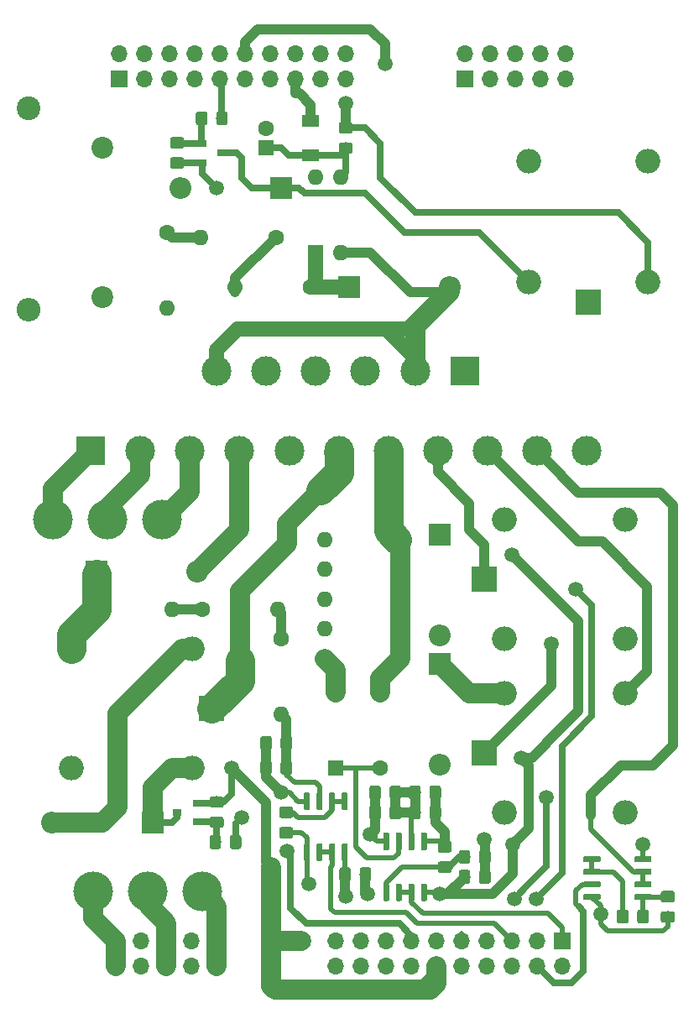
<source format=gtl>
G04 #@! TF.GenerationSoftware,KiCad,Pcbnew,(5.1.4)-1*
G04 #@! TF.CreationDate,2020-06-04T10:58:22-03:00*
G04 #@! TF.ProjectId,Mod_Temp_Driver,4d6f645f-5465-46d7-905f-447269766572,rev?*
G04 #@! TF.SameCoordinates,Original*
G04 #@! TF.FileFunction,Copper,L1,Top*
G04 #@! TF.FilePolarity,Positive*
%FSLAX46Y46*%
G04 Gerber Fmt 4.6, Leading zero omitted, Abs format (unit mm)*
G04 Created by KiCad (PCBNEW (5.1.4)-1) date 2020-06-04 10:58:22*
%MOMM*%
%LPD*%
G04 APERTURE LIST*
%ADD10O,2.200000X2.200000*%
%ADD11R,2.200000X2.200000*%
%ADD12C,4.000500*%
%ADD13C,0.100000*%
%ADD14C,1.150000*%
%ADD15O,1.600000X1.600000*%
%ADD16C,1.600000*%
%ADD17R,1.700000X1.300000*%
%ADD18R,1.600000X1.600000*%
%ADD19C,0.600000*%
%ADD20O,2.400000X2.400000*%
%ADD21C,2.400000*%
%ADD22R,0.900000X0.800000*%
%ADD23O,2.500000X2.500000*%
%ADD24R,2.500000X2.500000*%
%ADD25C,3.000000*%
%ADD26R,3.000000X3.000000*%
%ADD27O,1.700000X1.700000*%
%ADD28R,1.700000X1.700000*%
%ADD29C,2.200000*%
%ADD30C,1.500000*%
%ADD31C,2.000000*%
%ADD32C,2.000000*%
%ADD33C,0.500000*%
%ADD34C,1.000000*%
%ADD35C,0.700000*%
%ADD36C,3.000000*%
%ADD37C,1.500000*%
G04 APERTURE END LIST*
D10*
X88840000Y-66500000D03*
D11*
X99000000Y-66500000D03*
D10*
X115000000Y-111660000D03*
D11*
X115000000Y-101500000D03*
D10*
X115000000Y-124660000D03*
D11*
X115000000Y-114500000D03*
D10*
X75840000Y-130500000D03*
D11*
X86000000Y-130500000D03*
D12*
X76000000Y-100000000D03*
X81500000Y-100000000D03*
X87000000Y-100000000D03*
X91000000Y-137500000D03*
X85500000Y-137500000D03*
X80000000Y-137500000D03*
D13*
G36*
X97824505Y-121801204D02*
G01*
X97848773Y-121804804D01*
X97872572Y-121810765D01*
X97895671Y-121819030D01*
X97917850Y-121829520D01*
X97938893Y-121842132D01*
X97958599Y-121856747D01*
X97976777Y-121873223D01*
X97993253Y-121891401D01*
X98007868Y-121911107D01*
X98020480Y-121932150D01*
X98030970Y-121954329D01*
X98039235Y-121977428D01*
X98045196Y-122001227D01*
X98048796Y-122025495D01*
X98050000Y-122049999D01*
X98050000Y-122950001D01*
X98048796Y-122974505D01*
X98045196Y-122998773D01*
X98039235Y-123022572D01*
X98030970Y-123045671D01*
X98020480Y-123067850D01*
X98007868Y-123088893D01*
X97993253Y-123108599D01*
X97976777Y-123126777D01*
X97958599Y-123143253D01*
X97938893Y-123157868D01*
X97917850Y-123170480D01*
X97895671Y-123180970D01*
X97872572Y-123189235D01*
X97848773Y-123195196D01*
X97824505Y-123198796D01*
X97800001Y-123200000D01*
X97149999Y-123200000D01*
X97125495Y-123198796D01*
X97101227Y-123195196D01*
X97077428Y-123189235D01*
X97054329Y-123180970D01*
X97032150Y-123170480D01*
X97011107Y-123157868D01*
X96991401Y-123143253D01*
X96973223Y-123126777D01*
X96956747Y-123108599D01*
X96942132Y-123088893D01*
X96929520Y-123067850D01*
X96919030Y-123045671D01*
X96910765Y-123022572D01*
X96904804Y-122998773D01*
X96901204Y-122974505D01*
X96900000Y-122950001D01*
X96900000Y-122049999D01*
X96901204Y-122025495D01*
X96904804Y-122001227D01*
X96910765Y-121977428D01*
X96919030Y-121954329D01*
X96929520Y-121932150D01*
X96942132Y-121911107D01*
X96956747Y-121891401D01*
X96973223Y-121873223D01*
X96991401Y-121856747D01*
X97011107Y-121842132D01*
X97032150Y-121829520D01*
X97054329Y-121819030D01*
X97077428Y-121810765D01*
X97101227Y-121804804D01*
X97125495Y-121801204D01*
X97149999Y-121800000D01*
X97800001Y-121800000D01*
X97824505Y-121801204D01*
X97824505Y-121801204D01*
G37*
D14*
X97475000Y-122500000D03*
D13*
G36*
X99874505Y-121801204D02*
G01*
X99898773Y-121804804D01*
X99922572Y-121810765D01*
X99945671Y-121819030D01*
X99967850Y-121829520D01*
X99988893Y-121842132D01*
X100008599Y-121856747D01*
X100026777Y-121873223D01*
X100043253Y-121891401D01*
X100057868Y-121911107D01*
X100070480Y-121932150D01*
X100080970Y-121954329D01*
X100089235Y-121977428D01*
X100095196Y-122001227D01*
X100098796Y-122025495D01*
X100100000Y-122049999D01*
X100100000Y-122950001D01*
X100098796Y-122974505D01*
X100095196Y-122998773D01*
X100089235Y-123022572D01*
X100080970Y-123045671D01*
X100070480Y-123067850D01*
X100057868Y-123088893D01*
X100043253Y-123108599D01*
X100026777Y-123126777D01*
X100008599Y-123143253D01*
X99988893Y-123157868D01*
X99967850Y-123170480D01*
X99945671Y-123180970D01*
X99922572Y-123189235D01*
X99898773Y-123195196D01*
X99874505Y-123198796D01*
X99850001Y-123200000D01*
X99199999Y-123200000D01*
X99175495Y-123198796D01*
X99151227Y-123195196D01*
X99127428Y-123189235D01*
X99104329Y-123180970D01*
X99082150Y-123170480D01*
X99061107Y-123157868D01*
X99041401Y-123143253D01*
X99023223Y-123126777D01*
X99006747Y-123108599D01*
X98992132Y-123088893D01*
X98979520Y-123067850D01*
X98969030Y-123045671D01*
X98960765Y-123022572D01*
X98954804Y-122998773D01*
X98951204Y-122974505D01*
X98950000Y-122950001D01*
X98950000Y-122049999D01*
X98951204Y-122025495D01*
X98954804Y-122001227D01*
X98960765Y-121977428D01*
X98969030Y-121954329D01*
X98979520Y-121932150D01*
X98992132Y-121911107D01*
X99006747Y-121891401D01*
X99023223Y-121873223D01*
X99041401Y-121856747D01*
X99061107Y-121842132D01*
X99082150Y-121829520D01*
X99104329Y-121819030D01*
X99127428Y-121810765D01*
X99151227Y-121804804D01*
X99175495Y-121801204D01*
X99199999Y-121800000D01*
X99850001Y-121800000D01*
X99874505Y-121801204D01*
X99874505Y-121801204D01*
G37*
D14*
X99525000Y-122500000D03*
D13*
G36*
X97824505Y-124301204D02*
G01*
X97848773Y-124304804D01*
X97872572Y-124310765D01*
X97895671Y-124319030D01*
X97917850Y-124329520D01*
X97938893Y-124342132D01*
X97958599Y-124356747D01*
X97976777Y-124373223D01*
X97993253Y-124391401D01*
X98007868Y-124411107D01*
X98020480Y-124432150D01*
X98030970Y-124454329D01*
X98039235Y-124477428D01*
X98045196Y-124501227D01*
X98048796Y-124525495D01*
X98050000Y-124549999D01*
X98050000Y-125450001D01*
X98048796Y-125474505D01*
X98045196Y-125498773D01*
X98039235Y-125522572D01*
X98030970Y-125545671D01*
X98020480Y-125567850D01*
X98007868Y-125588893D01*
X97993253Y-125608599D01*
X97976777Y-125626777D01*
X97958599Y-125643253D01*
X97938893Y-125657868D01*
X97917850Y-125670480D01*
X97895671Y-125680970D01*
X97872572Y-125689235D01*
X97848773Y-125695196D01*
X97824505Y-125698796D01*
X97800001Y-125700000D01*
X97149999Y-125700000D01*
X97125495Y-125698796D01*
X97101227Y-125695196D01*
X97077428Y-125689235D01*
X97054329Y-125680970D01*
X97032150Y-125670480D01*
X97011107Y-125657868D01*
X96991401Y-125643253D01*
X96973223Y-125626777D01*
X96956747Y-125608599D01*
X96942132Y-125588893D01*
X96929520Y-125567850D01*
X96919030Y-125545671D01*
X96910765Y-125522572D01*
X96904804Y-125498773D01*
X96901204Y-125474505D01*
X96900000Y-125450001D01*
X96900000Y-124549999D01*
X96901204Y-124525495D01*
X96904804Y-124501227D01*
X96910765Y-124477428D01*
X96919030Y-124454329D01*
X96929520Y-124432150D01*
X96942132Y-124411107D01*
X96956747Y-124391401D01*
X96973223Y-124373223D01*
X96991401Y-124356747D01*
X97011107Y-124342132D01*
X97032150Y-124329520D01*
X97054329Y-124319030D01*
X97077428Y-124310765D01*
X97101227Y-124304804D01*
X97125495Y-124301204D01*
X97149999Y-124300000D01*
X97800001Y-124300000D01*
X97824505Y-124301204D01*
X97824505Y-124301204D01*
G37*
D14*
X97475000Y-125000000D03*
D13*
G36*
X99874505Y-124301204D02*
G01*
X99898773Y-124304804D01*
X99922572Y-124310765D01*
X99945671Y-124319030D01*
X99967850Y-124329520D01*
X99988893Y-124342132D01*
X100008599Y-124356747D01*
X100026777Y-124373223D01*
X100043253Y-124391401D01*
X100057868Y-124411107D01*
X100070480Y-124432150D01*
X100080970Y-124454329D01*
X100089235Y-124477428D01*
X100095196Y-124501227D01*
X100098796Y-124525495D01*
X100100000Y-124549999D01*
X100100000Y-125450001D01*
X100098796Y-125474505D01*
X100095196Y-125498773D01*
X100089235Y-125522572D01*
X100080970Y-125545671D01*
X100070480Y-125567850D01*
X100057868Y-125588893D01*
X100043253Y-125608599D01*
X100026777Y-125626777D01*
X100008599Y-125643253D01*
X99988893Y-125657868D01*
X99967850Y-125670480D01*
X99945671Y-125680970D01*
X99922572Y-125689235D01*
X99898773Y-125695196D01*
X99874505Y-125698796D01*
X99850001Y-125700000D01*
X99199999Y-125700000D01*
X99175495Y-125698796D01*
X99151227Y-125695196D01*
X99127428Y-125689235D01*
X99104329Y-125680970D01*
X99082150Y-125670480D01*
X99061107Y-125657868D01*
X99041401Y-125643253D01*
X99023223Y-125626777D01*
X99006747Y-125608599D01*
X98992132Y-125588893D01*
X98979520Y-125567850D01*
X98969030Y-125545671D01*
X98960765Y-125522572D01*
X98954804Y-125498773D01*
X98951204Y-125474505D01*
X98950000Y-125450001D01*
X98950000Y-124549999D01*
X98951204Y-124525495D01*
X98954804Y-124501227D01*
X98960765Y-124477428D01*
X98969030Y-124454329D01*
X98979520Y-124432150D01*
X98992132Y-124411107D01*
X99006747Y-124391401D01*
X99023223Y-124373223D01*
X99041401Y-124356747D01*
X99061107Y-124342132D01*
X99082150Y-124329520D01*
X99104329Y-124319030D01*
X99127428Y-124310765D01*
X99151227Y-124304804D01*
X99175495Y-124301204D01*
X99199999Y-124300000D01*
X99850001Y-124300000D01*
X99874505Y-124301204D01*
X99874505Y-124301204D01*
G37*
D14*
X99525000Y-125000000D03*
D15*
X103380000Y-105000000D03*
D16*
X111000000Y-105000000D03*
D15*
X103380000Y-108000000D03*
D16*
X111000000Y-108000000D03*
D15*
X103380000Y-114000000D03*
D16*
X111000000Y-114000000D03*
D15*
X103380000Y-102000000D03*
D16*
X111000000Y-102000000D03*
D15*
X103380000Y-111000000D03*
D16*
X111000000Y-111000000D03*
D17*
X102000000Y-63250000D03*
X102000000Y-59750000D03*
D15*
X87500000Y-78620000D03*
D16*
X87500000Y-71000000D03*
D15*
X90880000Y-71500000D03*
D16*
X98500000Y-71500000D03*
D15*
X94380000Y-76500000D03*
D16*
X102000000Y-76500000D03*
D15*
X109000000Y-117380000D03*
D16*
X109000000Y-125000000D03*
D15*
X99000000Y-119620000D03*
D16*
X99000000Y-112000000D03*
D15*
X98620000Y-109000000D03*
D16*
X91000000Y-109000000D03*
D15*
X88000000Y-109000000D03*
D16*
X80380000Y-109000000D03*
D15*
X102500000Y-65380000D03*
X105040000Y-73000000D03*
X105040000Y-65380000D03*
D18*
X102500000Y-73000000D03*
D13*
G36*
X136239703Y-133930722D02*
G01*
X136254264Y-133932882D01*
X136268543Y-133936459D01*
X136282403Y-133941418D01*
X136295710Y-133947712D01*
X136308336Y-133955280D01*
X136320159Y-133964048D01*
X136331066Y-133973934D01*
X136340952Y-133984841D01*
X136349720Y-133996664D01*
X136357288Y-134009290D01*
X136363582Y-134022597D01*
X136368541Y-134036457D01*
X136372118Y-134050736D01*
X136374278Y-134065297D01*
X136375000Y-134080000D01*
X136375000Y-134380000D01*
X136374278Y-134394703D01*
X136372118Y-134409264D01*
X136368541Y-134423543D01*
X136363582Y-134437403D01*
X136357288Y-134450710D01*
X136349720Y-134463336D01*
X136340952Y-134475159D01*
X136331066Y-134486066D01*
X136320159Y-134495952D01*
X136308336Y-134504720D01*
X136295710Y-134512288D01*
X136282403Y-134518582D01*
X136268543Y-134523541D01*
X136254264Y-134527118D01*
X136239703Y-134529278D01*
X136225000Y-134530000D01*
X134775000Y-134530000D01*
X134760297Y-134529278D01*
X134745736Y-134527118D01*
X134731457Y-134523541D01*
X134717597Y-134518582D01*
X134704290Y-134512288D01*
X134691664Y-134504720D01*
X134679841Y-134495952D01*
X134668934Y-134486066D01*
X134659048Y-134475159D01*
X134650280Y-134463336D01*
X134642712Y-134450710D01*
X134636418Y-134437403D01*
X134631459Y-134423543D01*
X134627882Y-134409264D01*
X134625722Y-134394703D01*
X134625000Y-134380000D01*
X134625000Y-134080000D01*
X134625722Y-134065297D01*
X134627882Y-134050736D01*
X134631459Y-134036457D01*
X134636418Y-134022597D01*
X134642712Y-134009290D01*
X134650280Y-133996664D01*
X134659048Y-133984841D01*
X134668934Y-133973934D01*
X134679841Y-133964048D01*
X134691664Y-133955280D01*
X134704290Y-133947712D01*
X134717597Y-133941418D01*
X134731457Y-133936459D01*
X134745736Y-133932882D01*
X134760297Y-133930722D01*
X134775000Y-133930000D01*
X136225000Y-133930000D01*
X136239703Y-133930722D01*
X136239703Y-133930722D01*
G37*
D19*
X135500000Y-134230000D03*
D13*
G36*
X136239703Y-135200722D02*
G01*
X136254264Y-135202882D01*
X136268543Y-135206459D01*
X136282403Y-135211418D01*
X136295710Y-135217712D01*
X136308336Y-135225280D01*
X136320159Y-135234048D01*
X136331066Y-135243934D01*
X136340952Y-135254841D01*
X136349720Y-135266664D01*
X136357288Y-135279290D01*
X136363582Y-135292597D01*
X136368541Y-135306457D01*
X136372118Y-135320736D01*
X136374278Y-135335297D01*
X136375000Y-135350000D01*
X136375000Y-135650000D01*
X136374278Y-135664703D01*
X136372118Y-135679264D01*
X136368541Y-135693543D01*
X136363582Y-135707403D01*
X136357288Y-135720710D01*
X136349720Y-135733336D01*
X136340952Y-135745159D01*
X136331066Y-135756066D01*
X136320159Y-135765952D01*
X136308336Y-135774720D01*
X136295710Y-135782288D01*
X136282403Y-135788582D01*
X136268543Y-135793541D01*
X136254264Y-135797118D01*
X136239703Y-135799278D01*
X136225000Y-135800000D01*
X134775000Y-135800000D01*
X134760297Y-135799278D01*
X134745736Y-135797118D01*
X134731457Y-135793541D01*
X134717597Y-135788582D01*
X134704290Y-135782288D01*
X134691664Y-135774720D01*
X134679841Y-135765952D01*
X134668934Y-135756066D01*
X134659048Y-135745159D01*
X134650280Y-135733336D01*
X134642712Y-135720710D01*
X134636418Y-135707403D01*
X134631459Y-135693543D01*
X134627882Y-135679264D01*
X134625722Y-135664703D01*
X134625000Y-135650000D01*
X134625000Y-135350000D01*
X134625722Y-135335297D01*
X134627882Y-135320736D01*
X134631459Y-135306457D01*
X134636418Y-135292597D01*
X134642712Y-135279290D01*
X134650280Y-135266664D01*
X134659048Y-135254841D01*
X134668934Y-135243934D01*
X134679841Y-135234048D01*
X134691664Y-135225280D01*
X134704290Y-135217712D01*
X134717597Y-135211418D01*
X134731457Y-135206459D01*
X134745736Y-135202882D01*
X134760297Y-135200722D01*
X134775000Y-135200000D01*
X136225000Y-135200000D01*
X136239703Y-135200722D01*
X136239703Y-135200722D01*
G37*
D19*
X135500000Y-135500000D03*
D13*
G36*
X136239703Y-136470722D02*
G01*
X136254264Y-136472882D01*
X136268543Y-136476459D01*
X136282403Y-136481418D01*
X136295710Y-136487712D01*
X136308336Y-136495280D01*
X136320159Y-136504048D01*
X136331066Y-136513934D01*
X136340952Y-136524841D01*
X136349720Y-136536664D01*
X136357288Y-136549290D01*
X136363582Y-136562597D01*
X136368541Y-136576457D01*
X136372118Y-136590736D01*
X136374278Y-136605297D01*
X136375000Y-136620000D01*
X136375000Y-136920000D01*
X136374278Y-136934703D01*
X136372118Y-136949264D01*
X136368541Y-136963543D01*
X136363582Y-136977403D01*
X136357288Y-136990710D01*
X136349720Y-137003336D01*
X136340952Y-137015159D01*
X136331066Y-137026066D01*
X136320159Y-137035952D01*
X136308336Y-137044720D01*
X136295710Y-137052288D01*
X136282403Y-137058582D01*
X136268543Y-137063541D01*
X136254264Y-137067118D01*
X136239703Y-137069278D01*
X136225000Y-137070000D01*
X134775000Y-137070000D01*
X134760297Y-137069278D01*
X134745736Y-137067118D01*
X134731457Y-137063541D01*
X134717597Y-137058582D01*
X134704290Y-137052288D01*
X134691664Y-137044720D01*
X134679841Y-137035952D01*
X134668934Y-137026066D01*
X134659048Y-137015159D01*
X134650280Y-137003336D01*
X134642712Y-136990710D01*
X134636418Y-136977403D01*
X134631459Y-136963543D01*
X134627882Y-136949264D01*
X134625722Y-136934703D01*
X134625000Y-136920000D01*
X134625000Y-136620000D01*
X134625722Y-136605297D01*
X134627882Y-136590736D01*
X134631459Y-136576457D01*
X134636418Y-136562597D01*
X134642712Y-136549290D01*
X134650280Y-136536664D01*
X134659048Y-136524841D01*
X134668934Y-136513934D01*
X134679841Y-136504048D01*
X134691664Y-136495280D01*
X134704290Y-136487712D01*
X134717597Y-136481418D01*
X134731457Y-136476459D01*
X134745736Y-136472882D01*
X134760297Y-136470722D01*
X134775000Y-136470000D01*
X136225000Y-136470000D01*
X136239703Y-136470722D01*
X136239703Y-136470722D01*
G37*
D19*
X135500000Y-136770000D03*
D13*
G36*
X136239703Y-137740722D02*
G01*
X136254264Y-137742882D01*
X136268543Y-137746459D01*
X136282403Y-137751418D01*
X136295710Y-137757712D01*
X136308336Y-137765280D01*
X136320159Y-137774048D01*
X136331066Y-137783934D01*
X136340952Y-137794841D01*
X136349720Y-137806664D01*
X136357288Y-137819290D01*
X136363582Y-137832597D01*
X136368541Y-137846457D01*
X136372118Y-137860736D01*
X136374278Y-137875297D01*
X136375000Y-137890000D01*
X136375000Y-138190000D01*
X136374278Y-138204703D01*
X136372118Y-138219264D01*
X136368541Y-138233543D01*
X136363582Y-138247403D01*
X136357288Y-138260710D01*
X136349720Y-138273336D01*
X136340952Y-138285159D01*
X136331066Y-138296066D01*
X136320159Y-138305952D01*
X136308336Y-138314720D01*
X136295710Y-138322288D01*
X136282403Y-138328582D01*
X136268543Y-138333541D01*
X136254264Y-138337118D01*
X136239703Y-138339278D01*
X136225000Y-138340000D01*
X134775000Y-138340000D01*
X134760297Y-138339278D01*
X134745736Y-138337118D01*
X134731457Y-138333541D01*
X134717597Y-138328582D01*
X134704290Y-138322288D01*
X134691664Y-138314720D01*
X134679841Y-138305952D01*
X134668934Y-138296066D01*
X134659048Y-138285159D01*
X134650280Y-138273336D01*
X134642712Y-138260710D01*
X134636418Y-138247403D01*
X134631459Y-138233543D01*
X134627882Y-138219264D01*
X134625722Y-138204703D01*
X134625000Y-138190000D01*
X134625000Y-137890000D01*
X134625722Y-137875297D01*
X134627882Y-137860736D01*
X134631459Y-137846457D01*
X134636418Y-137832597D01*
X134642712Y-137819290D01*
X134650280Y-137806664D01*
X134659048Y-137794841D01*
X134668934Y-137783934D01*
X134679841Y-137774048D01*
X134691664Y-137765280D01*
X134704290Y-137757712D01*
X134717597Y-137751418D01*
X134731457Y-137746459D01*
X134745736Y-137742882D01*
X134760297Y-137740722D01*
X134775000Y-137740000D01*
X136225000Y-137740000D01*
X136239703Y-137740722D01*
X136239703Y-137740722D01*
G37*
D19*
X135500000Y-138040000D03*
D13*
G36*
X131089703Y-137740722D02*
G01*
X131104264Y-137742882D01*
X131118543Y-137746459D01*
X131132403Y-137751418D01*
X131145710Y-137757712D01*
X131158336Y-137765280D01*
X131170159Y-137774048D01*
X131181066Y-137783934D01*
X131190952Y-137794841D01*
X131199720Y-137806664D01*
X131207288Y-137819290D01*
X131213582Y-137832597D01*
X131218541Y-137846457D01*
X131222118Y-137860736D01*
X131224278Y-137875297D01*
X131225000Y-137890000D01*
X131225000Y-138190000D01*
X131224278Y-138204703D01*
X131222118Y-138219264D01*
X131218541Y-138233543D01*
X131213582Y-138247403D01*
X131207288Y-138260710D01*
X131199720Y-138273336D01*
X131190952Y-138285159D01*
X131181066Y-138296066D01*
X131170159Y-138305952D01*
X131158336Y-138314720D01*
X131145710Y-138322288D01*
X131132403Y-138328582D01*
X131118543Y-138333541D01*
X131104264Y-138337118D01*
X131089703Y-138339278D01*
X131075000Y-138340000D01*
X129625000Y-138340000D01*
X129610297Y-138339278D01*
X129595736Y-138337118D01*
X129581457Y-138333541D01*
X129567597Y-138328582D01*
X129554290Y-138322288D01*
X129541664Y-138314720D01*
X129529841Y-138305952D01*
X129518934Y-138296066D01*
X129509048Y-138285159D01*
X129500280Y-138273336D01*
X129492712Y-138260710D01*
X129486418Y-138247403D01*
X129481459Y-138233543D01*
X129477882Y-138219264D01*
X129475722Y-138204703D01*
X129475000Y-138190000D01*
X129475000Y-137890000D01*
X129475722Y-137875297D01*
X129477882Y-137860736D01*
X129481459Y-137846457D01*
X129486418Y-137832597D01*
X129492712Y-137819290D01*
X129500280Y-137806664D01*
X129509048Y-137794841D01*
X129518934Y-137783934D01*
X129529841Y-137774048D01*
X129541664Y-137765280D01*
X129554290Y-137757712D01*
X129567597Y-137751418D01*
X129581457Y-137746459D01*
X129595736Y-137742882D01*
X129610297Y-137740722D01*
X129625000Y-137740000D01*
X131075000Y-137740000D01*
X131089703Y-137740722D01*
X131089703Y-137740722D01*
G37*
D19*
X130350000Y-138040000D03*
D13*
G36*
X131089703Y-136470722D02*
G01*
X131104264Y-136472882D01*
X131118543Y-136476459D01*
X131132403Y-136481418D01*
X131145710Y-136487712D01*
X131158336Y-136495280D01*
X131170159Y-136504048D01*
X131181066Y-136513934D01*
X131190952Y-136524841D01*
X131199720Y-136536664D01*
X131207288Y-136549290D01*
X131213582Y-136562597D01*
X131218541Y-136576457D01*
X131222118Y-136590736D01*
X131224278Y-136605297D01*
X131225000Y-136620000D01*
X131225000Y-136920000D01*
X131224278Y-136934703D01*
X131222118Y-136949264D01*
X131218541Y-136963543D01*
X131213582Y-136977403D01*
X131207288Y-136990710D01*
X131199720Y-137003336D01*
X131190952Y-137015159D01*
X131181066Y-137026066D01*
X131170159Y-137035952D01*
X131158336Y-137044720D01*
X131145710Y-137052288D01*
X131132403Y-137058582D01*
X131118543Y-137063541D01*
X131104264Y-137067118D01*
X131089703Y-137069278D01*
X131075000Y-137070000D01*
X129625000Y-137070000D01*
X129610297Y-137069278D01*
X129595736Y-137067118D01*
X129581457Y-137063541D01*
X129567597Y-137058582D01*
X129554290Y-137052288D01*
X129541664Y-137044720D01*
X129529841Y-137035952D01*
X129518934Y-137026066D01*
X129509048Y-137015159D01*
X129500280Y-137003336D01*
X129492712Y-136990710D01*
X129486418Y-136977403D01*
X129481459Y-136963543D01*
X129477882Y-136949264D01*
X129475722Y-136934703D01*
X129475000Y-136920000D01*
X129475000Y-136620000D01*
X129475722Y-136605297D01*
X129477882Y-136590736D01*
X129481459Y-136576457D01*
X129486418Y-136562597D01*
X129492712Y-136549290D01*
X129500280Y-136536664D01*
X129509048Y-136524841D01*
X129518934Y-136513934D01*
X129529841Y-136504048D01*
X129541664Y-136495280D01*
X129554290Y-136487712D01*
X129567597Y-136481418D01*
X129581457Y-136476459D01*
X129595736Y-136472882D01*
X129610297Y-136470722D01*
X129625000Y-136470000D01*
X131075000Y-136470000D01*
X131089703Y-136470722D01*
X131089703Y-136470722D01*
G37*
D19*
X130350000Y-136770000D03*
D13*
G36*
X131089703Y-135200722D02*
G01*
X131104264Y-135202882D01*
X131118543Y-135206459D01*
X131132403Y-135211418D01*
X131145710Y-135217712D01*
X131158336Y-135225280D01*
X131170159Y-135234048D01*
X131181066Y-135243934D01*
X131190952Y-135254841D01*
X131199720Y-135266664D01*
X131207288Y-135279290D01*
X131213582Y-135292597D01*
X131218541Y-135306457D01*
X131222118Y-135320736D01*
X131224278Y-135335297D01*
X131225000Y-135350000D01*
X131225000Y-135650000D01*
X131224278Y-135664703D01*
X131222118Y-135679264D01*
X131218541Y-135693543D01*
X131213582Y-135707403D01*
X131207288Y-135720710D01*
X131199720Y-135733336D01*
X131190952Y-135745159D01*
X131181066Y-135756066D01*
X131170159Y-135765952D01*
X131158336Y-135774720D01*
X131145710Y-135782288D01*
X131132403Y-135788582D01*
X131118543Y-135793541D01*
X131104264Y-135797118D01*
X131089703Y-135799278D01*
X131075000Y-135800000D01*
X129625000Y-135800000D01*
X129610297Y-135799278D01*
X129595736Y-135797118D01*
X129581457Y-135793541D01*
X129567597Y-135788582D01*
X129554290Y-135782288D01*
X129541664Y-135774720D01*
X129529841Y-135765952D01*
X129518934Y-135756066D01*
X129509048Y-135745159D01*
X129500280Y-135733336D01*
X129492712Y-135720710D01*
X129486418Y-135707403D01*
X129481459Y-135693543D01*
X129477882Y-135679264D01*
X129475722Y-135664703D01*
X129475000Y-135650000D01*
X129475000Y-135350000D01*
X129475722Y-135335297D01*
X129477882Y-135320736D01*
X129481459Y-135306457D01*
X129486418Y-135292597D01*
X129492712Y-135279290D01*
X129500280Y-135266664D01*
X129509048Y-135254841D01*
X129518934Y-135243934D01*
X129529841Y-135234048D01*
X129541664Y-135225280D01*
X129554290Y-135217712D01*
X129567597Y-135211418D01*
X129581457Y-135206459D01*
X129595736Y-135202882D01*
X129610297Y-135200722D01*
X129625000Y-135200000D01*
X131075000Y-135200000D01*
X131089703Y-135200722D01*
X131089703Y-135200722D01*
G37*
D19*
X130350000Y-135500000D03*
D13*
G36*
X131089703Y-133930722D02*
G01*
X131104264Y-133932882D01*
X131118543Y-133936459D01*
X131132403Y-133941418D01*
X131145710Y-133947712D01*
X131158336Y-133955280D01*
X131170159Y-133964048D01*
X131181066Y-133973934D01*
X131190952Y-133984841D01*
X131199720Y-133996664D01*
X131207288Y-134009290D01*
X131213582Y-134022597D01*
X131218541Y-134036457D01*
X131222118Y-134050736D01*
X131224278Y-134065297D01*
X131225000Y-134080000D01*
X131225000Y-134380000D01*
X131224278Y-134394703D01*
X131222118Y-134409264D01*
X131218541Y-134423543D01*
X131213582Y-134437403D01*
X131207288Y-134450710D01*
X131199720Y-134463336D01*
X131190952Y-134475159D01*
X131181066Y-134486066D01*
X131170159Y-134495952D01*
X131158336Y-134504720D01*
X131145710Y-134512288D01*
X131132403Y-134518582D01*
X131118543Y-134523541D01*
X131104264Y-134527118D01*
X131089703Y-134529278D01*
X131075000Y-134530000D01*
X129625000Y-134530000D01*
X129610297Y-134529278D01*
X129595736Y-134527118D01*
X129581457Y-134523541D01*
X129567597Y-134518582D01*
X129554290Y-134512288D01*
X129541664Y-134504720D01*
X129529841Y-134495952D01*
X129518934Y-134486066D01*
X129509048Y-134475159D01*
X129500280Y-134463336D01*
X129492712Y-134450710D01*
X129486418Y-134437403D01*
X129481459Y-134423543D01*
X129477882Y-134409264D01*
X129475722Y-134394703D01*
X129475000Y-134380000D01*
X129475000Y-134080000D01*
X129475722Y-134065297D01*
X129477882Y-134050736D01*
X129481459Y-134036457D01*
X129486418Y-134022597D01*
X129492712Y-134009290D01*
X129500280Y-133996664D01*
X129509048Y-133984841D01*
X129518934Y-133973934D01*
X129529841Y-133964048D01*
X129541664Y-133955280D01*
X129554290Y-133947712D01*
X129567597Y-133941418D01*
X129581457Y-133936459D01*
X129595736Y-133932882D01*
X129610297Y-133930722D01*
X129625000Y-133930000D01*
X131075000Y-133930000D01*
X131089703Y-133930722D01*
X131089703Y-133930722D01*
G37*
D19*
X130350000Y-134230000D03*
D13*
G36*
X113569703Y-136700722D02*
G01*
X113584264Y-136702882D01*
X113598543Y-136706459D01*
X113612403Y-136711418D01*
X113625710Y-136717712D01*
X113638336Y-136725280D01*
X113650159Y-136734048D01*
X113661066Y-136743934D01*
X113670952Y-136754841D01*
X113679720Y-136766664D01*
X113687288Y-136779290D01*
X113693582Y-136792597D01*
X113698541Y-136806457D01*
X113702118Y-136820736D01*
X113704278Y-136835297D01*
X113705000Y-136850000D01*
X113705000Y-138300000D01*
X113704278Y-138314703D01*
X113702118Y-138329264D01*
X113698541Y-138343543D01*
X113693582Y-138357403D01*
X113687288Y-138370710D01*
X113679720Y-138383336D01*
X113670952Y-138395159D01*
X113661066Y-138406066D01*
X113650159Y-138415952D01*
X113638336Y-138424720D01*
X113625710Y-138432288D01*
X113612403Y-138438582D01*
X113598543Y-138443541D01*
X113584264Y-138447118D01*
X113569703Y-138449278D01*
X113555000Y-138450000D01*
X113255000Y-138450000D01*
X113240297Y-138449278D01*
X113225736Y-138447118D01*
X113211457Y-138443541D01*
X113197597Y-138438582D01*
X113184290Y-138432288D01*
X113171664Y-138424720D01*
X113159841Y-138415952D01*
X113148934Y-138406066D01*
X113139048Y-138395159D01*
X113130280Y-138383336D01*
X113122712Y-138370710D01*
X113116418Y-138357403D01*
X113111459Y-138343543D01*
X113107882Y-138329264D01*
X113105722Y-138314703D01*
X113105000Y-138300000D01*
X113105000Y-136850000D01*
X113105722Y-136835297D01*
X113107882Y-136820736D01*
X113111459Y-136806457D01*
X113116418Y-136792597D01*
X113122712Y-136779290D01*
X113130280Y-136766664D01*
X113139048Y-136754841D01*
X113148934Y-136743934D01*
X113159841Y-136734048D01*
X113171664Y-136725280D01*
X113184290Y-136717712D01*
X113197597Y-136711418D01*
X113211457Y-136706459D01*
X113225736Y-136702882D01*
X113240297Y-136700722D01*
X113255000Y-136700000D01*
X113555000Y-136700000D01*
X113569703Y-136700722D01*
X113569703Y-136700722D01*
G37*
D19*
X113405000Y-137575000D03*
D13*
G36*
X112299703Y-136700722D02*
G01*
X112314264Y-136702882D01*
X112328543Y-136706459D01*
X112342403Y-136711418D01*
X112355710Y-136717712D01*
X112368336Y-136725280D01*
X112380159Y-136734048D01*
X112391066Y-136743934D01*
X112400952Y-136754841D01*
X112409720Y-136766664D01*
X112417288Y-136779290D01*
X112423582Y-136792597D01*
X112428541Y-136806457D01*
X112432118Y-136820736D01*
X112434278Y-136835297D01*
X112435000Y-136850000D01*
X112435000Y-138300000D01*
X112434278Y-138314703D01*
X112432118Y-138329264D01*
X112428541Y-138343543D01*
X112423582Y-138357403D01*
X112417288Y-138370710D01*
X112409720Y-138383336D01*
X112400952Y-138395159D01*
X112391066Y-138406066D01*
X112380159Y-138415952D01*
X112368336Y-138424720D01*
X112355710Y-138432288D01*
X112342403Y-138438582D01*
X112328543Y-138443541D01*
X112314264Y-138447118D01*
X112299703Y-138449278D01*
X112285000Y-138450000D01*
X111985000Y-138450000D01*
X111970297Y-138449278D01*
X111955736Y-138447118D01*
X111941457Y-138443541D01*
X111927597Y-138438582D01*
X111914290Y-138432288D01*
X111901664Y-138424720D01*
X111889841Y-138415952D01*
X111878934Y-138406066D01*
X111869048Y-138395159D01*
X111860280Y-138383336D01*
X111852712Y-138370710D01*
X111846418Y-138357403D01*
X111841459Y-138343543D01*
X111837882Y-138329264D01*
X111835722Y-138314703D01*
X111835000Y-138300000D01*
X111835000Y-136850000D01*
X111835722Y-136835297D01*
X111837882Y-136820736D01*
X111841459Y-136806457D01*
X111846418Y-136792597D01*
X111852712Y-136779290D01*
X111860280Y-136766664D01*
X111869048Y-136754841D01*
X111878934Y-136743934D01*
X111889841Y-136734048D01*
X111901664Y-136725280D01*
X111914290Y-136717712D01*
X111927597Y-136711418D01*
X111941457Y-136706459D01*
X111955736Y-136702882D01*
X111970297Y-136700722D01*
X111985000Y-136700000D01*
X112285000Y-136700000D01*
X112299703Y-136700722D01*
X112299703Y-136700722D01*
G37*
D19*
X112135000Y-137575000D03*
D13*
G36*
X111029703Y-136700722D02*
G01*
X111044264Y-136702882D01*
X111058543Y-136706459D01*
X111072403Y-136711418D01*
X111085710Y-136717712D01*
X111098336Y-136725280D01*
X111110159Y-136734048D01*
X111121066Y-136743934D01*
X111130952Y-136754841D01*
X111139720Y-136766664D01*
X111147288Y-136779290D01*
X111153582Y-136792597D01*
X111158541Y-136806457D01*
X111162118Y-136820736D01*
X111164278Y-136835297D01*
X111165000Y-136850000D01*
X111165000Y-138300000D01*
X111164278Y-138314703D01*
X111162118Y-138329264D01*
X111158541Y-138343543D01*
X111153582Y-138357403D01*
X111147288Y-138370710D01*
X111139720Y-138383336D01*
X111130952Y-138395159D01*
X111121066Y-138406066D01*
X111110159Y-138415952D01*
X111098336Y-138424720D01*
X111085710Y-138432288D01*
X111072403Y-138438582D01*
X111058543Y-138443541D01*
X111044264Y-138447118D01*
X111029703Y-138449278D01*
X111015000Y-138450000D01*
X110715000Y-138450000D01*
X110700297Y-138449278D01*
X110685736Y-138447118D01*
X110671457Y-138443541D01*
X110657597Y-138438582D01*
X110644290Y-138432288D01*
X110631664Y-138424720D01*
X110619841Y-138415952D01*
X110608934Y-138406066D01*
X110599048Y-138395159D01*
X110590280Y-138383336D01*
X110582712Y-138370710D01*
X110576418Y-138357403D01*
X110571459Y-138343543D01*
X110567882Y-138329264D01*
X110565722Y-138314703D01*
X110565000Y-138300000D01*
X110565000Y-136850000D01*
X110565722Y-136835297D01*
X110567882Y-136820736D01*
X110571459Y-136806457D01*
X110576418Y-136792597D01*
X110582712Y-136779290D01*
X110590280Y-136766664D01*
X110599048Y-136754841D01*
X110608934Y-136743934D01*
X110619841Y-136734048D01*
X110631664Y-136725280D01*
X110644290Y-136717712D01*
X110657597Y-136711418D01*
X110671457Y-136706459D01*
X110685736Y-136702882D01*
X110700297Y-136700722D01*
X110715000Y-136700000D01*
X111015000Y-136700000D01*
X111029703Y-136700722D01*
X111029703Y-136700722D01*
G37*
D19*
X110865000Y-137575000D03*
D13*
G36*
X109759703Y-136700722D02*
G01*
X109774264Y-136702882D01*
X109788543Y-136706459D01*
X109802403Y-136711418D01*
X109815710Y-136717712D01*
X109828336Y-136725280D01*
X109840159Y-136734048D01*
X109851066Y-136743934D01*
X109860952Y-136754841D01*
X109869720Y-136766664D01*
X109877288Y-136779290D01*
X109883582Y-136792597D01*
X109888541Y-136806457D01*
X109892118Y-136820736D01*
X109894278Y-136835297D01*
X109895000Y-136850000D01*
X109895000Y-138300000D01*
X109894278Y-138314703D01*
X109892118Y-138329264D01*
X109888541Y-138343543D01*
X109883582Y-138357403D01*
X109877288Y-138370710D01*
X109869720Y-138383336D01*
X109860952Y-138395159D01*
X109851066Y-138406066D01*
X109840159Y-138415952D01*
X109828336Y-138424720D01*
X109815710Y-138432288D01*
X109802403Y-138438582D01*
X109788543Y-138443541D01*
X109774264Y-138447118D01*
X109759703Y-138449278D01*
X109745000Y-138450000D01*
X109445000Y-138450000D01*
X109430297Y-138449278D01*
X109415736Y-138447118D01*
X109401457Y-138443541D01*
X109387597Y-138438582D01*
X109374290Y-138432288D01*
X109361664Y-138424720D01*
X109349841Y-138415952D01*
X109338934Y-138406066D01*
X109329048Y-138395159D01*
X109320280Y-138383336D01*
X109312712Y-138370710D01*
X109306418Y-138357403D01*
X109301459Y-138343543D01*
X109297882Y-138329264D01*
X109295722Y-138314703D01*
X109295000Y-138300000D01*
X109295000Y-136850000D01*
X109295722Y-136835297D01*
X109297882Y-136820736D01*
X109301459Y-136806457D01*
X109306418Y-136792597D01*
X109312712Y-136779290D01*
X109320280Y-136766664D01*
X109329048Y-136754841D01*
X109338934Y-136743934D01*
X109349841Y-136734048D01*
X109361664Y-136725280D01*
X109374290Y-136717712D01*
X109387597Y-136711418D01*
X109401457Y-136706459D01*
X109415736Y-136702882D01*
X109430297Y-136700722D01*
X109445000Y-136700000D01*
X109745000Y-136700000D01*
X109759703Y-136700722D01*
X109759703Y-136700722D01*
G37*
D19*
X109595000Y-137575000D03*
D13*
G36*
X109759703Y-131550722D02*
G01*
X109774264Y-131552882D01*
X109788543Y-131556459D01*
X109802403Y-131561418D01*
X109815710Y-131567712D01*
X109828336Y-131575280D01*
X109840159Y-131584048D01*
X109851066Y-131593934D01*
X109860952Y-131604841D01*
X109869720Y-131616664D01*
X109877288Y-131629290D01*
X109883582Y-131642597D01*
X109888541Y-131656457D01*
X109892118Y-131670736D01*
X109894278Y-131685297D01*
X109895000Y-131700000D01*
X109895000Y-133150000D01*
X109894278Y-133164703D01*
X109892118Y-133179264D01*
X109888541Y-133193543D01*
X109883582Y-133207403D01*
X109877288Y-133220710D01*
X109869720Y-133233336D01*
X109860952Y-133245159D01*
X109851066Y-133256066D01*
X109840159Y-133265952D01*
X109828336Y-133274720D01*
X109815710Y-133282288D01*
X109802403Y-133288582D01*
X109788543Y-133293541D01*
X109774264Y-133297118D01*
X109759703Y-133299278D01*
X109745000Y-133300000D01*
X109445000Y-133300000D01*
X109430297Y-133299278D01*
X109415736Y-133297118D01*
X109401457Y-133293541D01*
X109387597Y-133288582D01*
X109374290Y-133282288D01*
X109361664Y-133274720D01*
X109349841Y-133265952D01*
X109338934Y-133256066D01*
X109329048Y-133245159D01*
X109320280Y-133233336D01*
X109312712Y-133220710D01*
X109306418Y-133207403D01*
X109301459Y-133193543D01*
X109297882Y-133179264D01*
X109295722Y-133164703D01*
X109295000Y-133150000D01*
X109295000Y-131700000D01*
X109295722Y-131685297D01*
X109297882Y-131670736D01*
X109301459Y-131656457D01*
X109306418Y-131642597D01*
X109312712Y-131629290D01*
X109320280Y-131616664D01*
X109329048Y-131604841D01*
X109338934Y-131593934D01*
X109349841Y-131584048D01*
X109361664Y-131575280D01*
X109374290Y-131567712D01*
X109387597Y-131561418D01*
X109401457Y-131556459D01*
X109415736Y-131552882D01*
X109430297Y-131550722D01*
X109445000Y-131550000D01*
X109745000Y-131550000D01*
X109759703Y-131550722D01*
X109759703Y-131550722D01*
G37*
D19*
X109595000Y-132425000D03*
D13*
G36*
X111029703Y-131550722D02*
G01*
X111044264Y-131552882D01*
X111058543Y-131556459D01*
X111072403Y-131561418D01*
X111085710Y-131567712D01*
X111098336Y-131575280D01*
X111110159Y-131584048D01*
X111121066Y-131593934D01*
X111130952Y-131604841D01*
X111139720Y-131616664D01*
X111147288Y-131629290D01*
X111153582Y-131642597D01*
X111158541Y-131656457D01*
X111162118Y-131670736D01*
X111164278Y-131685297D01*
X111165000Y-131700000D01*
X111165000Y-133150000D01*
X111164278Y-133164703D01*
X111162118Y-133179264D01*
X111158541Y-133193543D01*
X111153582Y-133207403D01*
X111147288Y-133220710D01*
X111139720Y-133233336D01*
X111130952Y-133245159D01*
X111121066Y-133256066D01*
X111110159Y-133265952D01*
X111098336Y-133274720D01*
X111085710Y-133282288D01*
X111072403Y-133288582D01*
X111058543Y-133293541D01*
X111044264Y-133297118D01*
X111029703Y-133299278D01*
X111015000Y-133300000D01*
X110715000Y-133300000D01*
X110700297Y-133299278D01*
X110685736Y-133297118D01*
X110671457Y-133293541D01*
X110657597Y-133288582D01*
X110644290Y-133282288D01*
X110631664Y-133274720D01*
X110619841Y-133265952D01*
X110608934Y-133256066D01*
X110599048Y-133245159D01*
X110590280Y-133233336D01*
X110582712Y-133220710D01*
X110576418Y-133207403D01*
X110571459Y-133193543D01*
X110567882Y-133179264D01*
X110565722Y-133164703D01*
X110565000Y-133150000D01*
X110565000Y-131700000D01*
X110565722Y-131685297D01*
X110567882Y-131670736D01*
X110571459Y-131656457D01*
X110576418Y-131642597D01*
X110582712Y-131629290D01*
X110590280Y-131616664D01*
X110599048Y-131604841D01*
X110608934Y-131593934D01*
X110619841Y-131584048D01*
X110631664Y-131575280D01*
X110644290Y-131567712D01*
X110657597Y-131561418D01*
X110671457Y-131556459D01*
X110685736Y-131552882D01*
X110700297Y-131550722D01*
X110715000Y-131550000D01*
X111015000Y-131550000D01*
X111029703Y-131550722D01*
X111029703Y-131550722D01*
G37*
D19*
X110865000Y-132425000D03*
D13*
G36*
X112299703Y-131550722D02*
G01*
X112314264Y-131552882D01*
X112328543Y-131556459D01*
X112342403Y-131561418D01*
X112355710Y-131567712D01*
X112368336Y-131575280D01*
X112380159Y-131584048D01*
X112391066Y-131593934D01*
X112400952Y-131604841D01*
X112409720Y-131616664D01*
X112417288Y-131629290D01*
X112423582Y-131642597D01*
X112428541Y-131656457D01*
X112432118Y-131670736D01*
X112434278Y-131685297D01*
X112435000Y-131700000D01*
X112435000Y-133150000D01*
X112434278Y-133164703D01*
X112432118Y-133179264D01*
X112428541Y-133193543D01*
X112423582Y-133207403D01*
X112417288Y-133220710D01*
X112409720Y-133233336D01*
X112400952Y-133245159D01*
X112391066Y-133256066D01*
X112380159Y-133265952D01*
X112368336Y-133274720D01*
X112355710Y-133282288D01*
X112342403Y-133288582D01*
X112328543Y-133293541D01*
X112314264Y-133297118D01*
X112299703Y-133299278D01*
X112285000Y-133300000D01*
X111985000Y-133300000D01*
X111970297Y-133299278D01*
X111955736Y-133297118D01*
X111941457Y-133293541D01*
X111927597Y-133288582D01*
X111914290Y-133282288D01*
X111901664Y-133274720D01*
X111889841Y-133265952D01*
X111878934Y-133256066D01*
X111869048Y-133245159D01*
X111860280Y-133233336D01*
X111852712Y-133220710D01*
X111846418Y-133207403D01*
X111841459Y-133193543D01*
X111837882Y-133179264D01*
X111835722Y-133164703D01*
X111835000Y-133150000D01*
X111835000Y-131700000D01*
X111835722Y-131685297D01*
X111837882Y-131670736D01*
X111841459Y-131656457D01*
X111846418Y-131642597D01*
X111852712Y-131629290D01*
X111860280Y-131616664D01*
X111869048Y-131604841D01*
X111878934Y-131593934D01*
X111889841Y-131584048D01*
X111901664Y-131575280D01*
X111914290Y-131567712D01*
X111927597Y-131561418D01*
X111941457Y-131556459D01*
X111955736Y-131552882D01*
X111970297Y-131550722D01*
X111985000Y-131550000D01*
X112285000Y-131550000D01*
X112299703Y-131550722D01*
X112299703Y-131550722D01*
G37*
D19*
X112135000Y-132425000D03*
D13*
G36*
X113569703Y-131550722D02*
G01*
X113584264Y-131552882D01*
X113598543Y-131556459D01*
X113612403Y-131561418D01*
X113625710Y-131567712D01*
X113638336Y-131575280D01*
X113650159Y-131584048D01*
X113661066Y-131593934D01*
X113670952Y-131604841D01*
X113679720Y-131616664D01*
X113687288Y-131629290D01*
X113693582Y-131642597D01*
X113698541Y-131656457D01*
X113702118Y-131670736D01*
X113704278Y-131685297D01*
X113705000Y-131700000D01*
X113705000Y-133150000D01*
X113704278Y-133164703D01*
X113702118Y-133179264D01*
X113698541Y-133193543D01*
X113693582Y-133207403D01*
X113687288Y-133220710D01*
X113679720Y-133233336D01*
X113670952Y-133245159D01*
X113661066Y-133256066D01*
X113650159Y-133265952D01*
X113638336Y-133274720D01*
X113625710Y-133282288D01*
X113612403Y-133288582D01*
X113598543Y-133293541D01*
X113584264Y-133297118D01*
X113569703Y-133299278D01*
X113555000Y-133300000D01*
X113255000Y-133300000D01*
X113240297Y-133299278D01*
X113225736Y-133297118D01*
X113211457Y-133293541D01*
X113197597Y-133288582D01*
X113184290Y-133282288D01*
X113171664Y-133274720D01*
X113159841Y-133265952D01*
X113148934Y-133256066D01*
X113139048Y-133245159D01*
X113130280Y-133233336D01*
X113122712Y-133220710D01*
X113116418Y-133207403D01*
X113111459Y-133193543D01*
X113107882Y-133179264D01*
X113105722Y-133164703D01*
X113105000Y-133150000D01*
X113105000Y-131700000D01*
X113105722Y-131685297D01*
X113107882Y-131670736D01*
X113111459Y-131656457D01*
X113116418Y-131642597D01*
X113122712Y-131629290D01*
X113130280Y-131616664D01*
X113139048Y-131604841D01*
X113148934Y-131593934D01*
X113159841Y-131584048D01*
X113171664Y-131575280D01*
X113184290Y-131567712D01*
X113197597Y-131561418D01*
X113211457Y-131556459D01*
X113225736Y-131552882D01*
X113240297Y-131550722D01*
X113255000Y-131550000D01*
X113555000Y-131550000D01*
X113569703Y-131550722D01*
X113569703Y-131550722D01*
G37*
D19*
X113405000Y-132425000D03*
D13*
G36*
X105569703Y-132650722D02*
G01*
X105584264Y-132652882D01*
X105598543Y-132656459D01*
X105612403Y-132661418D01*
X105625710Y-132667712D01*
X105638336Y-132675280D01*
X105650159Y-132684048D01*
X105661066Y-132693934D01*
X105670952Y-132704841D01*
X105679720Y-132716664D01*
X105687288Y-132729290D01*
X105693582Y-132742597D01*
X105698541Y-132756457D01*
X105702118Y-132770736D01*
X105704278Y-132785297D01*
X105705000Y-132800000D01*
X105705000Y-134250000D01*
X105704278Y-134264703D01*
X105702118Y-134279264D01*
X105698541Y-134293543D01*
X105693582Y-134307403D01*
X105687288Y-134320710D01*
X105679720Y-134333336D01*
X105670952Y-134345159D01*
X105661066Y-134356066D01*
X105650159Y-134365952D01*
X105638336Y-134374720D01*
X105625710Y-134382288D01*
X105612403Y-134388582D01*
X105598543Y-134393541D01*
X105584264Y-134397118D01*
X105569703Y-134399278D01*
X105555000Y-134400000D01*
X105255000Y-134400000D01*
X105240297Y-134399278D01*
X105225736Y-134397118D01*
X105211457Y-134393541D01*
X105197597Y-134388582D01*
X105184290Y-134382288D01*
X105171664Y-134374720D01*
X105159841Y-134365952D01*
X105148934Y-134356066D01*
X105139048Y-134345159D01*
X105130280Y-134333336D01*
X105122712Y-134320710D01*
X105116418Y-134307403D01*
X105111459Y-134293543D01*
X105107882Y-134279264D01*
X105105722Y-134264703D01*
X105105000Y-134250000D01*
X105105000Y-132800000D01*
X105105722Y-132785297D01*
X105107882Y-132770736D01*
X105111459Y-132756457D01*
X105116418Y-132742597D01*
X105122712Y-132729290D01*
X105130280Y-132716664D01*
X105139048Y-132704841D01*
X105148934Y-132693934D01*
X105159841Y-132684048D01*
X105171664Y-132675280D01*
X105184290Y-132667712D01*
X105197597Y-132661418D01*
X105211457Y-132656459D01*
X105225736Y-132652882D01*
X105240297Y-132650722D01*
X105255000Y-132650000D01*
X105555000Y-132650000D01*
X105569703Y-132650722D01*
X105569703Y-132650722D01*
G37*
D19*
X105405000Y-133525000D03*
D13*
G36*
X104299703Y-132650722D02*
G01*
X104314264Y-132652882D01*
X104328543Y-132656459D01*
X104342403Y-132661418D01*
X104355710Y-132667712D01*
X104368336Y-132675280D01*
X104380159Y-132684048D01*
X104391066Y-132693934D01*
X104400952Y-132704841D01*
X104409720Y-132716664D01*
X104417288Y-132729290D01*
X104423582Y-132742597D01*
X104428541Y-132756457D01*
X104432118Y-132770736D01*
X104434278Y-132785297D01*
X104435000Y-132800000D01*
X104435000Y-134250000D01*
X104434278Y-134264703D01*
X104432118Y-134279264D01*
X104428541Y-134293543D01*
X104423582Y-134307403D01*
X104417288Y-134320710D01*
X104409720Y-134333336D01*
X104400952Y-134345159D01*
X104391066Y-134356066D01*
X104380159Y-134365952D01*
X104368336Y-134374720D01*
X104355710Y-134382288D01*
X104342403Y-134388582D01*
X104328543Y-134393541D01*
X104314264Y-134397118D01*
X104299703Y-134399278D01*
X104285000Y-134400000D01*
X103985000Y-134400000D01*
X103970297Y-134399278D01*
X103955736Y-134397118D01*
X103941457Y-134393541D01*
X103927597Y-134388582D01*
X103914290Y-134382288D01*
X103901664Y-134374720D01*
X103889841Y-134365952D01*
X103878934Y-134356066D01*
X103869048Y-134345159D01*
X103860280Y-134333336D01*
X103852712Y-134320710D01*
X103846418Y-134307403D01*
X103841459Y-134293543D01*
X103837882Y-134279264D01*
X103835722Y-134264703D01*
X103835000Y-134250000D01*
X103835000Y-132800000D01*
X103835722Y-132785297D01*
X103837882Y-132770736D01*
X103841459Y-132756457D01*
X103846418Y-132742597D01*
X103852712Y-132729290D01*
X103860280Y-132716664D01*
X103869048Y-132704841D01*
X103878934Y-132693934D01*
X103889841Y-132684048D01*
X103901664Y-132675280D01*
X103914290Y-132667712D01*
X103927597Y-132661418D01*
X103941457Y-132656459D01*
X103955736Y-132652882D01*
X103970297Y-132650722D01*
X103985000Y-132650000D01*
X104285000Y-132650000D01*
X104299703Y-132650722D01*
X104299703Y-132650722D01*
G37*
D19*
X104135000Y-133525000D03*
D13*
G36*
X103029703Y-132650722D02*
G01*
X103044264Y-132652882D01*
X103058543Y-132656459D01*
X103072403Y-132661418D01*
X103085710Y-132667712D01*
X103098336Y-132675280D01*
X103110159Y-132684048D01*
X103121066Y-132693934D01*
X103130952Y-132704841D01*
X103139720Y-132716664D01*
X103147288Y-132729290D01*
X103153582Y-132742597D01*
X103158541Y-132756457D01*
X103162118Y-132770736D01*
X103164278Y-132785297D01*
X103165000Y-132800000D01*
X103165000Y-134250000D01*
X103164278Y-134264703D01*
X103162118Y-134279264D01*
X103158541Y-134293543D01*
X103153582Y-134307403D01*
X103147288Y-134320710D01*
X103139720Y-134333336D01*
X103130952Y-134345159D01*
X103121066Y-134356066D01*
X103110159Y-134365952D01*
X103098336Y-134374720D01*
X103085710Y-134382288D01*
X103072403Y-134388582D01*
X103058543Y-134393541D01*
X103044264Y-134397118D01*
X103029703Y-134399278D01*
X103015000Y-134400000D01*
X102715000Y-134400000D01*
X102700297Y-134399278D01*
X102685736Y-134397118D01*
X102671457Y-134393541D01*
X102657597Y-134388582D01*
X102644290Y-134382288D01*
X102631664Y-134374720D01*
X102619841Y-134365952D01*
X102608934Y-134356066D01*
X102599048Y-134345159D01*
X102590280Y-134333336D01*
X102582712Y-134320710D01*
X102576418Y-134307403D01*
X102571459Y-134293543D01*
X102567882Y-134279264D01*
X102565722Y-134264703D01*
X102565000Y-134250000D01*
X102565000Y-132800000D01*
X102565722Y-132785297D01*
X102567882Y-132770736D01*
X102571459Y-132756457D01*
X102576418Y-132742597D01*
X102582712Y-132729290D01*
X102590280Y-132716664D01*
X102599048Y-132704841D01*
X102608934Y-132693934D01*
X102619841Y-132684048D01*
X102631664Y-132675280D01*
X102644290Y-132667712D01*
X102657597Y-132661418D01*
X102671457Y-132656459D01*
X102685736Y-132652882D01*
X102700297Y-132650722D01*
X102715000Y-132650000D01*
X103015000Y-132650000D01*
X103029703Y-132650722D01*
X103029703Y-132650722D01*
G37*
D19*
X102865000Y-133525000D03*
D13*
G36*
X101759703Y-132650722D02*
G01*
X101774264Y-132652882D01*
X101788543Y-132656459D01*
X101802403Y-132661418D01*
X101815710Y-132667712D01*
X101828336Y-132675280D01*
X101840159Y-132684048D01*
X101851066Y-132693934D01*
X101860952Y-132704841D01*
X101869720Y-132716664D01*
X101877288Y-132729290D01*
X101883582Y-132742597D01*
X101888541Y-132756457D01*
X101892118Y-132770736D01*
X101894278Y-132785297D01*
X101895000Y-132800000D01*
X101895000Y-134250000D01*
X101894278Y-134264703D01*
X101892118Y-134279264D01*
X101888541Y-134293543D01*
X101883582Y-134307403D01*
X101877288Y-134320710D01*
X101869720Y-134333336D01*
X101860952Y-134345159D01*
X101851066Y-134356066D01*
X101840159Y-134365952D01*
X101828336Y-134374720D01*
X101815710Y-134382288D01*
X101802403Y-134388582D01*
X101788543Y-134393541D01*
X101774264Y-134397118D01*
X101759703Y-134399278D01*
X101745000Y-134400000D01*
X101445000Y-134400000D01*
X101430297Y-134399278D01*
X101415736Y-134397118D01*
X101401457Y-134393541D01*
X101387597Y-134388582D01*
X101374290Y-134382288D01*
X101361664Y-134374720D01*
X101349841Y-134365952D01*
X101338934Y-134356066D01*
X101329048Y-134345159D01*
X101320280Y-134333336D01*
X101312712Y-134320710D01*
X101306418Y-134307403D01*
X101301459Y-134293543D01*
X101297882Y-134279264D01*
X101295722Y-134264703D01*
X101295000Y-134250000D01*
X101295000Y-132800000D01*
X101295722Y-132785297D01*
X101297882Y-132770736D01*
X101301459Y-132756457D01*
X101306418Y-132742597D01*
X101312712Y-132729290D01*
X101320280Y-132716664D01*
X101329048Y-132704841D01*
X101338934Y-132693934D01*
X101349841Y-132684048D01*
X101361664Y-132675280D01*
X101374290Y-132667712D01*
X101387597Y-132661418D01*
X101401457Y-132656459D01*
X101415736Y-132652882D01*
X101430297Y-132650722D01*
X101445000Y-132650000D01*
X101745000Y-132650000D01*
X101759703Y-132650722D01*
X101759703Y-132650722D01*
G37*
D19*
X101595000Y-133525000D03*
D13*
G36*
X101759703Y-127500722D02*
G01*
X101774264Y-127502882D01*
X101788543Y-127506459D01*
X101802403Y-127511418D01*
X101815710Y-127517712D01*
X101828336Y-127525280D01*
X101840159Y-127534048D01*
X101851066Y-127543934D01*
X101860952Y-127554841D01*
X101869720Y-127566664D01*
X101877288Y-127579290D01*
X101883582Y-127592597D01*
X101888541Y-127606457D01*
X101892118Y-127620736D01*
X101894278Y-127635297D01*
X101895000Y-127650000D01*
X101895000Y-129100000D01*
X101894278Y-129114703D01*
X101892118Y-129129264D01*
X101888541Y-129143543D01*
X101883582Y-129157403D01*
X101877288Y-129170710D01*
X101869720Y-129183336D01*
X101860952Y-129195159D01*
X101851066Y-129206066D01*
X101840159Y-129215952D01*
X101828336Y-129224720D01*
X101815710Y-129232288D01*
X101802403Y-129238582D01*
X101788543Y-129243541D01*
X101774264Y-129247118D01*
X101759703Y-129249278D01*
X101745000Y-129250000D01*
X101445000Y-129250000D01*
X101430297Y-129249278D01*
X101415736Y-129247118D01*
X101401457Y-129243541D01*
X101387597Y-129238582D01*
X101374290Y-129232288D01*
X101361664Y-129224720D01*
X101349841Y-129215952D01*
X101338934Y-129206066D01*
X101329048Y-129195159D01*
X101320280Y-129183336D01*
X101312712Y-129170710D01*
X101306418Y-129157403D01*
X101301459Y-129143543D01*
X101297882Y-129129264D01*
X101295722Y-129114703D01*
X101295000Y-129100000D01*
X101295000Y-127650000D01*
X101295722Y-127635297D01*
X101297882Y-127620736D01*
X101301459Y-127606457D01*
X101306418Y-127592597D01*
X101312712Y-127579290D01*
X101320280Y-127566664D01*
X101329048Y-127554841D01*
X101338934Y-127543934D01*
X101349841Y-127534048D01*
X101361664Y-127525280D01*
X101374290Y-127517712D01*
X101387597Y-127511418D01*
X101401457Y-127506459D01*
X101415736Y-127502882D01*
X101430297Y-127500722D01*
X101445000Y-127500000D01*
X101745000Y-127500000D01*
X101759703Y-127500722D01*
X101759703Y-127500722D01*
G37*
D19*
X101595000Y-128375000D03*
D13*
G36*
X103029703Y-127500722D02*
G01*
X103044264Y-127502882D01*
X103058543Y-127506459D01*
X103072403Y-127511418D01*
X103085710Y-127517712D01*
X103098336Y-127525280D01*
X103110159Y-127534048D01*
X103121066Y-127543934D01*
X103130952Y-127554841D01*
X103139720Y-127566664D01*
X103147288Y-127579290D01*
X103153582Y-127592597D01*
X103158541Y-127606457D01*
X103162118Y-127620736D01*
X103164278Y-127635297D01*
X103165000Y-127650000D01*
X103165000Y-129100000D01*
X103164278Y-129114703D01*
X103162118Y-129129264D01*
X103158541Y-129143543D01*
X103153582Y-129157403D01*
X103147288Y-129170710D01*
X103139720Y-129183336D01*
X103130952Y-129195159D01*
X103121066Y-129206066D01*
X103110159Y-129215952D01*
X103098336Y-129224720D01*
X103085710Y-129232288D01*
X103072403Y-129238582D01*
X103058543Y-129243541D01*
X103044264Y-129247118D01*
X103029703Y-129249278D01*
X103015000Y-129250000D01*
X102715000Y-129250000D01*
X102700297Y-129249278D01*
X102685736Y-129247118D01*
X102671457Y-129243541D01*
X102657597Y-129238582D01*
X102644290Y-129232288D01*
X102631664Y-129224720D01*
X102619841Y-129215952D01*
X102608934Y-129206066D01*
X102599048Y-129195159D01*
X102590280Y-129183336D01*
X102582712Y-129170710D01*
X102576418Y-129157403D01*
X102571459Y-129143543D01*
X102567882Y-129129264D01*
X102565722Y-129114703D01*
X102565000Y-129100000D01*
X102565000Y-127650000D01*
X102565722Y-127635297D01*
X102567882Y-127620736D01*
X102571459Y-127606457D01*
X102576418Y-127592597D01*
X102582712Y-127579290D01*
X102590280Y-127566664D01*
X102599048Y-127554841D01*
X102608934Y-127543934D01*
X102619841Y-127534048D01*
X102631664Y-127525280D01*
X102644290Y-127517712D01*
X102657597Y-127511418D01*
X102671457Y-127506459D01*
X102685736Y-127502882D01*
X102700297Y-127500722D01*
X102715000Y-127500000D01*
X103015000Y-127500000D01*
X103029703Y-127500722D01*
X103029703Y-127500722D01*
G37*
D19*
X102865000Y-128375000D03*
D13*
G36*
X104299703Y-127500722D02*
G01*
X104314264Y-127502882D01*
X104328543Y-127506459D01*
X104342403Y-127511418D01*
X104355710Y-127517712D01*
X104368336Y-127525280D01*
X104380159Y-127534048D01*
X104391066Y-127543934D01*
X104400952Y-127554841D01*
X104409720Y-127566664D01*
X104417288Y-127579290D01*
X104423582Y-127592597D01*
X104428541Y-127606457D01*
X104432118Y-127620736D01*
X104434278Y-127635297D01*
X104435000Y-127650000D01*
X104435000Y-129100000D01*
X104434278Y-129114703D01*
X104432118Y-129129264D01*
X104428541Y-129143543D01*
X104423582Y-129157403D01*
X104417288Y-129170710D01*
X104409720Y-129183336D01*
X104400952Y-129195159D01*
X104391066Y-129206066D01*
X104380159Y-129215952D01*
X104368336Y-129224720D01*
X104355710Y-129232288D01*
X104342403Y-129238582D01*
X104328543Y-129243541D01*
X104314264Y-129247118D01*
X104299703Y-129249278D01*
X104285000Y-129250000D01*
X103985000Y-129250000D01*
X103970297Y-129249278D01*
X103955736Y-129247118D01*
X103941457Y-129243541D01*
X103927597Y-129238582D01*
X103914290Y-129232288D01*
X103901664Y-129224720D01*
X103889841Y-129215952D01*
X103878934Y-129206066D01*
X103869048Y-129195159D01*
X103860280Y-129183336D01*
X103852712Y-129170710D01*
X103846418Y-129157403D01*
X103841459Y-129143543D01*
X103837882Y-129129264D01*
X103835722Y-129114703D01*
X103835000Y-129100000D01*
X103835000Y-127650000D01*
X103835722Y-127635297D01*
X103837882Y-127620736D01*
X103841459Y-127606457D01*
X103846418Y-127592597D01*
X103852712Y-127579290D01*
X103860280Y-127566664D01*
X103869048Y-127554841D01*
X103878934Y-127543934D01*
X103889841Y-127534048D01*
X103901664Y-127525280D01*
X103914290Y-127517712D01*
X103927597Y-127511418D01*
X103941457Y-127506459D01*
X103955736Y-127502882D01*
X103970297Y-127500722D01*
X103985000Y-127500000D01*
X104285000Y-127500000D01*
X104299703Y-127500722D01*
X104299703Y-127500722D01*
G37*
D19*
X104135000Y-128375000D03*
D13*
G36*
X105569703Y-127500722D02*
G01*
X105584264Y-127502882D01*
X105598543Y-127506459D01*
X105612403Y-127511418D01*
X105625710Y-127517712D01*
X105638336Y-127525280D01*
X105650159Y-127534048D01*
X105661066Y-127543934D01*
X105670952Y-127554841D01*
X105679720Y-127566664D01*
X105687288Y-127579290D01*
X105693582Y-127592597D01*
X105698541Y-127606457D01*
X105702118Y-127620736D01*
X105704278Y-127635297D01*
X105705000Y-127650000D01*
X105705000Y-129100000D01*
X105704278Y-129114703D01*
X105702118Y-129129264D01*
X105698541Y-129143543D01*
X105693582Y-129157403D01*
X105687288Y-129170710D01*
X105679720Y-129183336D01*
X105670952Y-129195159D01*
X105661066Y-129206066D01*
X105650159Y-129215952D01*
X105638336Y-129224720D01*
X105625710Y-129232288D01*
X105612403Y-129238582D01*
X105598543Y-129243541D01*
X105584264Y-129247118D01*
X105569703Y-129249278D01*
X105555000Y-129250000D01*
X105255000Y-129250000D01*
X105240297Y-129249278D01*
X105225736Y-129247118D01*
X105211457Y-129243541D01*
X105197597Y-129238582D01*
X105184290Y-129232288D01*
X105171664Y-129224720D01*
X105159841Y-129215952D01*
X105148934Y-129206066D01*
X105139048Y-129195159D01*
X105130280Y-129183336D01*
X105122712Y-129170710D01*
X105116418Y-129157403D01*
X105111459Y-129143543D01*
X105107882Y-129129264D01*
X105105722Y-129114703D01*
X105105000Y-129100000D01*
X105105000Y-127650000D01*
X105105722Y-127635297D01*
X105107882Y-127620736D01*
X105111459Y-127606457D01*
X105116418Y-127592597D01*
X105122712Y-127579290D01*
X105130280Y-127566664D01*
X105139048Y-127554841D01*
X105148934Y-127543934D01*
X105159841Y-127534048D01*
X105171664Y-127525280D01*
X105184290Y-127517712D01*
X105197597Y-127511418D01*
X105211457Y-127506459D01*
X105225736Y-127502882D01*
X105240297Y-127500722D01*
X105255000Y-127500000D01*
X105555000Y-127500000D01*
X105569703Y-127500722D01*
X105569703Y-127500722D01*
G37*
D19*
X105405000Y-128375000D03*
D20*
X73500000Y-78820000D03*
D21*
X73500000Y-58500000D03*
D13*
G36*
X105974505Y-59876204D02*
G01*
X105998773Y-59879804D01*
X106022572Y-59885765D01*
X106045671Y-59894030D01*
X106067850Y-59904520D01*
X106088893Y-59917132D01*
X106108599Y-59931747D01*
X106126777Y-59948223D01*
X106143253Y-59966401D01*
X106157868Y-59986107D01*
X106170480Y-60007150D01*
X106180970Y-60029329D01*
X106189235Y-60052428D01*
X106195196Y-60076227D01*
X106198796Y-60100495D01*
X106200000Y-60124999D01*
X106200000Y-60775001D01*
X106198796Y-60799505D01*
X106195196Y-60823773D01*
X106189235Y-60847572D01*
X106180970Y-60870671D01*
X106170480Y-60892850D01*
X106157868Y-60913893D01*
X106143253Y-60933599D01*
X106126777Y-60951777D01*
X106108599Y-60968253D01*
X106088893Y-60982868D01*
X106067850Y-60995480D01*
X106045671Y-61005970D01*
X106022572Y-61014235D01*
X105998773Y-61020196D01*
X105974505Y-61023796D01*
X105950001Y-61025000D01*
X105049999Y-61025000D01*
X105025495Y-61023796D01*
X105001227Y-61020196D01*
X104977428Y-61014235D01*
X104954329Y-61005970D01*
X104932150Y-60995480D01*
X104911107Y-60982868D01*
X104891401Y-60968253D01*
X104873223Y-60951777D01*
X104856747Y-60933599D01*
X104842132Y-60913893D01*
X104829520Y-60892850D01*
X104819030Y-60870671D01*
X104810765Y-60847572D01*
X104804804Y-60823773D01*
X104801204Y-60799505D01*
X104800000Y-60775001D01*
X104800000Y-60124999D01*
X104801204Y-60100495D01*
X104804804Y-60076227D01*
X104810765Y-60052428D01*
X104819030Y-60029329D01*
X104829520Y-60007150D01*
X104842132Y-59986107D01*
X104856747Y-59966401D01*
X104873223Y-59948223D01*
X104891401Y-59931747D01*
X104911107Y-59917132D01*
X104932150Y-59904520D01*
X104954329Y-59894030D01*
X104977428Y-59885765D01*
X105001227Y-59879804D01*
X105025495Y-59876204D01*
X105049999Y-59875000D01*
X105950001Y-59875000D01*
X105974505Y-59876204D01*
X105974505Y-59876204D01*
G37*
D14*
X105500000Y-60450000D03*
D13*
G36*
X105974505Y-61926204D02*
G01*
X105998773Y-61929804D01*
X106022572Y-61935765D01*
X106045671Y-61944030D01*
X106067850Y-61954520D01*
X106088893Y-61967132D01*
X106108599Y-61981747D01*
X106126777Y-61998223D01*
X106143253Y-62016401D01*
X106157868Y-62036107D01*
X106170480Y-62057150D01*
X106180970Y-62079329D01*
X106189235Y-62102428D01*
X106195196Y-62126227D01*
X106198796Y-62150495D01*
X106200000Y-62174999D01*
X106200000Y-62825001D01*
X106198796Y-62849505D01*
X106195196Y-62873773D01*
X106189235Y-62897572D01*
X106180970Y-62920671D01*
X106170480Y-62942850D01*
X106157868Y-62963893D01*
X106143253Y-62983599D01*
X106126777Y-63001777D01*
X106108599Y-63018253D01*
X106088893Y-63032868D01*
X106067850Y-63045480D01*
X106045671Y-63055970D01*
X106022572Y-63064235D01*
X105998773Y-63070196D01*
X105974505Y-63073796D01*
X105950001Y-63075000D01*
X105049999Y-63075000D01*
X105025495Y-63073796D01*
X105001227Y-63070196D01*
X104977428Y-63064235D01*
X104954329Y-63055970D01*
X104932150Y-63045480D01*
X104911107Y-63032868D01*
X104891401Y-63018253D01*
X104873223Y-63001777D01*
X104856747Y-62983599D01*
X104842132Y-62963893D01*
X104829520Y-62942850D01*
X104819030Y-62920671D01*
X104810765Y-62897572D01*
X104804804Y-62873773D01*
X104801204Y-62849505D01*
X104800000Y-62825001D01*
X104800000Y-62174999D01*
X104801204Y-62150495D01*
X104804804Y-62126227D01*
X104810765Y-62102428D01*
X104819030Y-62079329D01*
X104829520Y-62057150D01*
X104842132Y-62036107D01*
X104856747Y-62016401D01*
X104873223Y-61998223D01*
X104891401Y-61981747D01*
X104911107Y-61967132D01*
X104932150Y-61954520D01*
X104954329Y-61944030D01*
X104977428Y-61935765D01*
X105001227Y-61929804D01*
X105025495Y-61926204D01*
X105049999Y-61925000D01*
X105950001Y-61925000D01*
X105974505Y-61926204D01*
X105974505Y-61926204D01*
G37*
D14*
X105500000Y-62500000D03*
D13*
G36*
X88974505Y-61376204D02*
G01*
X88998773Y-61379804D01*
X89022572Y-61385765D01*
X89045671Y-61394030D01*
X89067850Y-61404520D01*
X89088893Y-61417132D01*
X89108599Y-61431747D01*
X89126777Y-61448223D01*
X89143253Y-61466401D01*
X89157868Y-61486107D01*
X89170480Y-61507150D01*
X89180970Y-61529329D01*
X89189235Y-61552428D01*
X89195196Y-61576227D01*
X89198796Y-61600495D01*
X89200000Y-61624999D01*
X89200000Y-62275001D01*
X89198796Y-62299505D01*
X89195196Y-62323773D01*
X89189235Y-62347572D01*
X89180970Y-62370671D01*
X89170480Y-62392850D01*
X89157868Y-62413893D01*
X89143253Y-62433599D01*
X89126777Y-62451777D01*
X89108599Y-62468253D01*
X89088893Y-62482868D01*
X89067850Y-62495480D01*
X89045671Y-62505970D01*
X89022572Y-62514235D01*
X88998773Y-62520196D01*
X88974505Y-62523796D01*
X88950001Y-62525000D01*
X88049999Y-62525000D01*
X88025495Y-62523796D01*
X88001227Y-62520196D01*
X87977428Y-62514235D01*
X87954329Y-62505970D01*
X87932150Y-62495480D01*
X87911107Y-62482868D01*
X87891401Y-62468253D01*
X87873223Y-62451777D01*
X87856747Y-62433599D01*
X87842132Y-62413893D01*
X87829520Y-62392850D01*
X87819030Y-62370671D01*
X87810765Y-62347572D01*
X87804804Y-62323773D01*
X87801204Y-62299505D01*
X87800000Y-62275001D01*
X87800000Y-61624999D01*
X87801204Y-61600495D01*
X87804804Y-61576227D01*
X87810765Y-61552428D01*
X87819030Y-61529329D01*
X87829520Y-61507150D01*
X87842132Y-61486107D01*
X87856747Y-61466401D01*
X87873223Y-61448223D01*
X87891401Y-61431747D01*
X87911107Y-61417132D01*
X87932150Y-61404520D01*
X87954329Y-61394030D01*
X87977428Y-61385765D01*
X88001227Y-61379804D01*
X88025495Y-61376204D01*
X88049999Y-61375000D01*
X88950001Y-61375000D01*
X88974505Y-61376204D01*
X88974505Y-61376204D01*
G37*
D14*
X88500000Y-61950000D03*
D13*
G36*
X88974505Y-63426204D02*
G01*
X88998773Y-63429804D01*
X89022572Y-63435765D01*
X89045671Y-63444030D01*
X89067850Y-63454520D01*
X89088893Y-63467132D01*
X89108599Y-63481747D01*
X89126777Y-63498223D01*
X89143253Y-63516401D01*
X89157868Y-63536107D01*
X89170480Y-63557150D01*
X89180970Y-63579329D01*
X89189235Y-63602428D01*
X89195196Y-63626227D01*
X89198796Y-63650495D01*
X89200000Y-63674999D01*
X89200000Y-64325001D01*
X89198796Y-64349505D01*
X89195196Y-64373773D01*
X89189235Y-64397572D01*
X89180970Y-64420671D01*
X89170480Y-64442850D01*
X89157868Y-64463893D01*
X89143253Y-64483599D01*
X89126777Y-64501777D01*
X89108599Y-64518253D01*
X89088893Y-64532868D01*
X89067850Y-64545480D01*
X89045671Y-64555970D01*
X89022572Y-64564235D01*
X88998773Y-64570196D01*
X88974505Y-64573796D01*
X88950001Y-64575000D01*
X88049999Y-64575000D01*
X88025495Y-64573796D01*
X88001227Y-64570196D01*
X87977428Y-64564235D01*
X87954329Y-64555970D01*
X87932150Y-64545480D01*
X87911107Y-64532868D01*
X87891401Y-64518253D01*
X87873223Y-64501777D01*
X87856747Y-64483599D01*
X87842132Y-64463893D01*
X87829520Y-64442850D01*
X87819030Y-64420671D01*
X87810765Y-64397572D01*
X87804804Y-64373773D01*
X87801204Y-64349505D01*
X87800000Y-64325001D01*
X87800000Y-63674999D01*
X87801204Y-63650495D01*
X87804804Y-63626227D01*
X87810765Y-63602428D01*
X87819030Y-63579329D01*
X87829520Y-63557150D01*
X87842132Y-63536107D01*
X87856747Y-63516401D01*
X87873223Y-63498223D01*
X87891401Y-63481747D01*
X87911107Y-63467132D01*
X87932150Y-63454520D01*
X87954329Y-63444030D01*
X87977428Y-63435765D01*
X88001227Y-63429804D01*
X88025495Y-63426204D01*
X88049999Y-63425000D01*
X88950001Y-63425000D01*
X88974505Y-63426204D01*
X88974505Y-63426204D01*
G37*
D14*
X88500000Y-64000000D03*
D13*
G36*
X91324505Y-58801204D02*
G01*
X91348773Y-58804804D01*
X91372572Y-58810765D01*
X91395671Y-58819030D01*
X91417850Y-58829520D01*
X91438893Y-58842132D01*
X91458599Y-58856747D01*
X91476777Y-58873223D01*
X91493253Y-58891401D01*
X91507868Y-58911107D01*
X91520480Y-58932150D01*
X91530970Y-58954329D01*
X91539235Y-58977428D01*
X91545196Y-59001227D01*
X91548796Y-59025495D01*
X91550000Y-59049999D01*
X91550000Y-59950001D01*
X91548796Y-59974505D01*
X91545196Y-59998773D01*
X91539235Y-60022572D01*
X91530970Y-60045671D01*
X91520480Y-60067850D01*
X91507868Y-60088893D01*
X91493253Y-60108599D01*
X91476777Y-60126777D01*
X91458599Y-60143253D01*
X91438893Y-60157868D01*
X91417850Y-60170480D01*
X91395671Y-60180970D01*
X91372572Y-60189235D01*
X91348773Y-60195196D01*
X91324505Y-60198796D01*
X91300001Y-60200000D01*
X90649999Y-60200000D01*
X90625495Y-60198796D01*
X90601227Y-60195196D01*
X90577428Y-60189235D01*
X90554329Y-60180970D01*
X90532150Y-60170480D01*
X90511107Y-60157868D01*
X90491401Y-60143253D01*
X90473223Y-60126777D01*
X90456747Y-60108599D01*
X90442132Y-60088893D01*
X90429520Y-60067850D01*
X90419030Y-60045671D01*
X90410765Y-60022572D01*
X90404804Y-59998773D01*
X90401204Y-59974505D01*
X90400000Y-59950001D01*
X90400000Y-59049999D01*
X90401204Y-59025495D01*
X90404804Y-59001227D01*
X90410765Y-58977428D01*
X90419030Y-58954329D01*
X90429520Y-58932150D01*
X90442132Y-58911107D01*
X90456747Y-58891401D01*
X90473223Y-58873223D01*
X90491401Y-58856747D01*
X90511107Y-58842132D01*
X90532150Y-58829520D01*
X90554329Y-58819030D01*
X90577428Y-58810765D01*
X90601227Y-58804804D01*
X90625495Y-58801204D01*
X90649999Y-58800000D01*
X91300001Y-58800000D01*
X91324505Y-58801204D01*
X91324505Y-58801204D01*
G37*
D14*
X90975000Y-59500000D03*
D13*
G36*
X93374505Y-58801204D02*
G01*
X93398773Y-58804804D01*
X93422572Y-58810765D01*
X93445671Y-58819030D01*
X93467850Y-58829520D01*
X93488893Y-58842132D01*
X93508599Y-58856747D01*
X93526777Y-58873223D01*
X93543253Y-58891401D01*
X93557868Y-58911107D01*
X93570480Y-58932150D01*
X93580970Y-58954329D01*
X93589235Y-58977428D01*
X93595196Y-59001227D01*
X93598796Y-59025495D01*
X93600000Y-59049999D01*
X93600000Y-59950001D01*
X93598796Y-59974505D01*
X93595196Y-59998773D01*
X93589235Y-60022572D01*
X93580970Y-60045671D01*
X93570480Y-60067850D01*
X93557868Y-60088893D01*
X93543253Y-60108599D01*
X93526777Y-60126777D01*
X93508599Y-60143253D01*
X93488893Y-60157868D01*
X93467850Y-60170480D01*
X93445671Y-60180970D01*
X93422572Y-60189235D01*
X93398773Y-60195196D01*
X93374505Y-60198796D01*
X93350001Y-60200000D01*
X92699999Y-60200000D01*
X92675495Y-60198796D01*
X92651227Y-60195196D01*
X92627428Y-60189235D01*
X92604329Y-60180970D01*
X92582150Y-60170480D01*
X92561107Y-60157868D01*
X92541401Y-60143253D01*
X92523223Y-60126777D01*
X92506747Y-60108599D01*
X92492132Y-60088893D01*
X92479520Y-60067850D01*
X92469030Y-60045671D01*
X92460765Y-60022572D01*
X92454804Y-59998773D01*
X92451204Y-59974505D01*
X92450000Y-59950001D01*
X92450000Y-59049999D01*
X92451204Y-59025495D01*
X92454804Y-59001227D01*
X92460765Y-58977428D01*
X92469030Y-58954329D01*
X92479520Y-58932150D01*
X92492132Y-58911107D01*
X92506747Y-58891401D01*
X92523223Y-58873223D01*
X92541401Y-58856747D01*
X92561107Y-58842132D01*
X92582150Y-58829520D01*
X92604329Y-58819030D01*
X92627428Y-58810765D01*
X92651227Y-58804804D01*
X92675495Y-58801204D01*
X92699999Y-58800000D01*
X93350001Y-58800000D01*
X93374505Y-58801204D01*
X93374505Y-58801204D01*
G37*
D14*
X93025000Y-59500000D03*
D13*
G36*
X133799505Y-139301204D02*
G01*
X133823773Y-139304804D01*
X133847572Y-139310765D01*
X133870671Y-139319030D01*
X133892850Y-139329520D01*
X133913893Y-139342132D01*
X133933599Y-139356747D01*
X133951777Y-139373223D01*
X133968253Y-139391401D01*
X133982868Y-139411107D01*
X133995480Y-139432150D01*
X134005970Y-139454329D01*
X134014235Y-139477428D01*
X134020196Y-139501227D01*
X134023796Y-139525495D01*
X134025000Y-139549999D01*
X134025000Y-140450001D01*
X134023796Y-140474505D01*
X134020196Y-140498773D01*
X134014235Y-140522572D01*
X134005970Y-140545671D01*
X133995480Y-140567850D01*
X133982868Y-140588893D01*
X133968253Y-140608599D01*
X133951777Y-140626777D01*
X133933599Y-140643253D01*
X133913893Y-140657868D01*
X133892850Y-140670480D01*
X133870671Y-140680970D01*
X133847572Y-140689235D01*
X133823773Y-140695196D01*
X133799505Y-140698796D01*
X133775001Y-140700000D01*
X133124999Y-140700000D01*
X133100495Y-140698796D01*
X133076227Y-140695196D01*
X133052428Y-140689235D01*
X133029329Y-140680970D01*
X133007150Y-140670480D01*
X132986107Y-140657868D01*
X132966401Y-140643253D01*
X132948223Y-140626777D01*
X132931747Y-140608599D01*
X132917132Y-140588893D01*
X132904520Y-140567850D01*
X132894030Y-140545671D01*
X132885765Y-140522572D01*
X132879804Y-140498773D01*
X132876204Y-140474505D01*
X132875000Y-140450001D01*
X132875000Y-139549999D01*
X132876204Y-139525495D01*
X132879804Y-139501227D01*
X132885765Y-139477428D01*
X132894030Y-139454329D01*
X132904520Y-139432150D01*
X132917132Y-139411107D01*
X132931747Y-139391401D01*
X132948223Y-139373223D01*
X132966401Y-139356747D01*
X132986107Y-139342132D01*
X133007150Y-139329520D01*
X133029329Y-139319030D01*
X133052428Y-139310765D01*
X133076227Y-139304804D01*
X133100495Y-139301204D01*
X133124999Y-139300000D01*
X133775001Y-139300000D01*
X133799505Y-139301204D01*
X133799505Y-139301204D01*
G37*
D14*
X133450000Y-140000000D03*
D13*
G36*
X135849505Y-139301204D02*
G01*
X135873773Y-139304804D01*
X135897572Y-139310765D01*
X135920671Y-139319030D01*
X135942850Y-139329520D01*
X135963893Y-139342132D01*
X135983599Y-139356747D01*
X136001777Y-139373223D01*
X136018253Y-139391401D01*
X136032868Y-139411107D01*
X136045480Y-139432150D01*
X136055970Y-139454329D01*
X136064235Y-139477428D01*
X136070196Y-139501227D01*
X136073796Y-139525495D01*
X136075000Y-139549999D01*
X136075000Y-140450001D01*
X136073796Y-140474505D01*
X136070196Y-140498773D01*
X136064235Y-140522572D01*
X136055970Y-140545671D01*
X136045480Y-140567850D01*
X136032868Y-140588893D01*
X136018253Y-140608599D01*
X136001777Y-140626777D01*
X135983599Y-140643253D01*
X135963893Y-140657868D01*
X135942850Y-140670480D01*
X135920671Y-140680970D01*
X135897572Y-140689235D01*
X135873773Y-140695196D01*
X135849505Y-140698796D01*
X135825001Y-140700000D01*
X135174999Y-140700000D01*
X135150495Y-140698796D01*
X135126227Y-140695196D01*
X135102428Y-140689235D01*
X135079329Y-140680970D01*
X135057150Y-140670480D01*
X135036107Y-140657868D01*
X135016401Y-140643253D01*
X134998223Y-140626777D01*
X134981747Y-140608599D01*
X134967132Y-140588893D01*
X134954520Y-140567850D01*
X134944030Y-140545671D01*
X134935765Y-140522572D01*
X134929804Y-140498773D01*
X134926204Y-140474505D01*
X134925000Y-140450001D01*
X134925000Y-139549999D01*
X134926204Y-139525495D01*
X134929804Y-139501227D01*
X134935765Y-139477428D01*
X134944030Y-139454329D01*
X134954520Y-139432150D01*
X134967132Y-139411107D01*
X134981747Y-139391401D01*
X134998223Y-139373223D01*
X135016401Y-139356747D01*
X135036107Y-139342132D01*
X135057150Y-139329520D01*
X135079329Y-139319030D01*
X135102428Y-139310765D01*
X135126227Y-139304804D01*
X135150495Y-139301204D01*
X135174999Y-139300000D01*
X135825001Y-139300000D01*
X135849505Y-139301204D01*
X135849505Y-139301204D01*
G37*
D14*
X135500000Y-140000000D03*
D13*
G36*
X92974505Y-129926204D02*
G01*
X92998773Y-129929804D01*
X93022572Y-129935765D01*
X93045671Y-129944030D01*
X93067850Y-129954520D01*
X93088893Y-129967132D01*
X93108599Y-129981747D01*
X93126777Y-129998223D01*
X93143253Y-130016401D01*
X93157868Y-130036107D01*
X93170480Y-130057150D01*
X93180970Y-130079329D01*
X93189235Y-130102428D01*
X93195196Y-130126227D01*
X93198796Y-130150495D01*
X93200000Y-130174999D01*
X93200000Y-130825001D01*
X93198796Y-130849505D01*
X93195196Y-130873773D01*
X93189235Y-130897572D01*
X93180970Y-130920671D01*
X93170480Y-130942850D01*
X93157868Y-130963893D01*
X93143253Y-130983599D01*
X93126777Y-131001777D01*
X93108599Y-131018253D01*
X93088893Y-131032868D01*
X93067850Y-131045480D01*
X93045671Y-131055970D01*
X93022572Y-131064235D01*
X92998773Y-131070196D01*
X92974505Y-131073796D01*
X92950001Y-131075000D01*
X92049999Y-131075000D01*
X92025495Y-131073796D01*
X92001227Y-131070196D01*
X91977428Y-131064235D01*
X91954329Y-131055970D01*
X91932150Y-131045480D01*
X91911107Y-131032868D01*
X91891401Y-131018253D01*
X91873223Y-131001777D01*
X91856747Y-130983599D01*
X91842132Y-130963893D01*
X91829520Y-130942850D01*
X91819030Y-130920671D01*
X91810765Y-130897572D01*
X91804804Y-130873773D01*
X91801204Y-130849505D01*
X91800000Y-130825001D01*
X91800000Y-130174999D01*
X91801204Y-130150495D01*
X91804804Y-130126227D01*
X91810765Y-130102428D01*
X91819030Y-130079329D01*
X91829520Y-130057150D01*
X91842132Y-130036107D01*
X91856747Y-130016401D01*
X91873223Y-129998223D01*
X91891401Y-129981747D01*
X91911107Y-129967132D01*
X91932150Y-129954520D01*
X91954329Y-129944030D01*
X91977428Y-129935765D01*
X92001227Y-129929804D01*
X92025495Y-129926204D01*
X92049999Y-129925000D01*
X92950001Y-129925000D01*
X92974505Y-129926204D01*
X92974505Y-129926204D01*
G37*
D14*
X92500000Y-130500000D03*
D13*
G36*
X92974505Y-127876204D02*
G01*
X92998773Y-127879804D01*
X93022572Y-127885765D01*
X93045671Y-127894030D01*
X93067850Y-127904520D01*
X93088893Y-127917132D01*
X93108599Y-127931747D01*
X93126777Y-127948223D01*
X93143253Y-127966401D01*
X93157868Y-127986107D01*
X93170480Y-128007150D01*
X93180970Y-128029329D01*
X93189235Y-128052428D01*
X93195196Y-128076227D01*
X93198796Y-128100495D01*
X93200000Y-128124999D01*
X93200000Y-128775001D01*
X93198796Y-128799505D01*
X93195196Y-128823773D01*
X93189235Y-128847572D01*
X93180970Y-128870671D01*
X93170480Y-128892850D01*
X93157868Y-128913893D01*
X93143253Y-128933599D01*
X93126777Y-128951777D01*
X93108599Y-128968253D01*
X93088893Y-128982868D01*
X93067850Y-128995480D01*
X93045671Y-129005970D01*
X93022572Y-129014235D01*
X92998773Y-129020196D01*
X92974505Y-129023796D01*
X92950001Y-129025000D01*
X92049999Y-129025000D01*
X92025495Y-129023796D01*
X92001227Y-129020196D01*
X91977428Y-129014235D01*
X91954329Y-129005970D01*
X91932150Y-128995480D01*
X91911107Y-128982868D01*
X91891401Y-128968253D01*
X91873223Y-128951777D01*
X91856747Y-128933599D01*
X91842132Y-128913893D01*
X91829520Y-128892850D01*
X91819030Y-128870671D01*
X91810765Y-128847572D01*
X91804804Y-128823773D01*
X91801204Y-128799505D01*
X91800000Y-128775001D01*
X91800000Y-128124999D01*
X91801204Y-128100495D01*
X91804804Y-128076227D01*
X91810765Y-128052428D01*
X91819030Y-128029329D01*
X91829520Y-128007150D01*
X91842132Y-127986107D01*
X91856747Y-127966401D01*
X91873223Y-127948223D01*
X91891401Y-127931747D01*
X91911107Y-127917132D01*
X91932150Y-127904520D01*
X91954329Y-127894030D01*
X91977428Y-127885765D01*
X92001227Y-127879804D01*
X92025495Y-127876204D01*
X92049999Y-127875000D01*
X92950001Y-127875000D01*
X92974505Y-127876204D01*
X92974505Y-127876204D01*
G37*
D14*
X92500000Y-128450000D03*
D13*
G36*
X92699505Y-131801204D02*
G01*
X92723773Y-131804804D01*
X92747572Y-131810765D01*
X92770671Y-131819030D01*
X92792850Y-131829520D01*
X92813893Y-131842132D01*
X92833599Y-131856747D01*
X92851777Y-131873223D01*
X92868253Y-131891401D01*
X92882868Y-131911107D01*
X92895480Y-131932150D01*
X92905970Y-131954329D01*
X92914235Y-131977428D01*
X92920196Y-132001227D01*
X92923796Y-132025495D01*
X92925000Y-132049999D01*
X92925000Y-132950001D01*
X92923796Y-132974505D01*
X92920196Y-132998773D01*
X92914235Y-133022572D01*
X92905970Y-133045671D01*
X92895480Y-133067850D01*
X92882868Y-133088893D01*
X92868253Y-133108599D01*
X92851777Y-133126777D01*
X92833599Y-133143253D01*
X92813893Y-133157868D01*
X92792850Y-133170480D01*
X92770671Y-133180970D01*
X92747572Y-133189235D01*
X92723773Y-133195196D01*
X92699505Y-133198796D01*
X92675001Y-133200000D01*
X92024999Y-133200000D01*
X92000495Y-133198796D01*
X91976227Y-133195196D01*
X91952428Y-133189235D01*
X91929329Y-133180970D01*
X91907150Y-133170480D01*
X91886107Y-133157868D01*
X91866401Y-133143253D01*
X91848223Y-133126777D01*
X91831747Y-133108599D01*
X91817132Y-133088893D01*
X91804520Y-133067850D01*
X91794030Y-133045671D01*
X91785765Y-133022572D01*
X91779804Y-132998773D01*
X91776204Y-132974505D01*
X91775000Y-132950001D01*
X91775000Y-132049999D01*
X91776204Y-132025495D01*
X91779804Y-132001227D01*
X91785765Y-131977428D01*
X91794030Y-131954329D01*
X91804520Y-131932150D01*
X91817132Y-131911107D01*
X91831747Y-131891401D01*
X91848223Y-131873223D01*
X91866401Y-131856747D01*
X91886107Y-131842132D01*
X91907150Y-131829520D01*
X91929329Y-131819030D01*
X91952428Y-131810765D01*
X91976227Y-131804804D01*
X92000495Y-131801204D01*
X92024999Y-131800000D01*
X92675001Y-131800000D01*
X92699505Y-131801204D01*
X92699505Y-131801204D01*
G37*
D14*
X92350000Y-132500000D03*
D13*
G36*
X94749505Y-131801204D02*
G01*
X94773773Y-131804804D01*
X94797572Y-131810765D01*
X94820671Y-131819030D01*
X94842850Y-131829520D01*
X94863893Y-131842132D01*
X94883599Y-131856747D01*
X94901777Y-131873223D01*
X94918253Y-131891401D01*
X94932868Y-131911107D01*
X94945480Y-131932150D01*
X94955970Y-131954329D01*
X94964235Y-131977428D01*
X94970196Y-132001227D01*
X94973796Y-132025495D01*
X94975000Y-132049999D01*
X94975000Y-132950001D01*
X94973796Y-132974505D01*
X94970196Y-132998773D01*
X94964235Y-133022572D01*
X94955970Y-133045671D01*
X94945480Y-133067850D01*
X94932868Y-133088893D01*
X94918253Y-133108599D01*
X94901777Y-133126777D01*
X94883599Y-133143253D01*
X94863893Y-133157868D01*
X94842850Y-133170480D01*
X94820671Y-133180970D01*
X94797572Y-133189235D01*
X94773773Y-133195196D01*
X94749505Y-133198796D01*
X94725001Y-133200000D01*
X94074999Y-133200000D01*
X94050495Y-133198796D01*
X94026227Y-133195196D01*
X94002428Y-133189235D01*
X93979329Y-133180970D01*
X93957150Y-133170480D01*
X93936107Y-133157868D01*
X93916401Y-133143253D01*
X93898223Y-133126777D01*
X93881747Y-133108599D01*
X93867132Y-133088893D01*
X93854520Y-133067850D01*
X93844030Y-133045671D01*
X93835765Y-133022572D01*
X93829804Y-132998773D01*
X93826204Y-132974505D01*
X93825000Y-132950001D01*
X93825000Y-132049999D01*
X93826204Y-132025495D01*
X93829804Y-132001227D01*
X93835765Y-131977428D01*
X93844030Y-131954329D01*
X93854520Y-131932150D01*
X93867132Y-131911107D01*
X93881747Y-131891401D01*
X93898223Y-131873223D01*
X93916401Y-131856747D01*
X93936107Y-131842132D01*
X93957150Y-131829520D01*
X93979329Y-131819030D01*
X94002428Y-131810765D01*
X94026227Y-131804804D01*
X94050495Y-131801204D01*
X94074999Y-131800000D01*
X94725001Y-131800000D01*
X94749505Y-131801204D01*
X94749505Y-131801204D01*
G37*
D14*
X94400000Y-132500000D03*
D13*
G36*
X115974505Y-132401204D02*
G01*
X115998773Y-132404804D01*
X116022572Y-132410765D01*
X116045671Y-132419030D01*
X116067850Y-132429520D01*
X116088893Y-132442132D01*
X116108599Y-132456747D01*
X116126777Y-132473223D01*
X116143253Y-132491401D01*
X116157868Y-132511107D01*
X116170480Y-132532150D01*
X116180970Y-132554329D01*
X116189235Y-132577428D01*
X116195196Y-132601227D01*
X116198796Y-132625495D01*
X116200000Y-132649999D01*
X116200000Y-133300001D01*
X116198796Y-133324505D01*
X116195196Y-133348773D01*
X116189235Y-133372572D01*
X116180970Y-133395671D01*
X116170480Y-133417850D01*
X116157868Y-133438893D01*
X116143253Y-133458599D01*
X116126777Y-133476777D01*
X116108599Y-133493253D01*
X116088893Y-133507868D01*
X116067850Y-133520480D01*
X116045671Y-133530970D01*
X116022572Y-133539235D01*
X115998773Y-133545196D01*
X115974505Y-133548796D01*
X115950001Y-133550000D01*
X115049999Y-133550000D01*
X115025495Y-133548796D01*
X115001227Y-133545196D01*
X114977428Y-133539235D01*
X114954329Y-133530970D01*
X114932150Y-133520480D01*
X114911107Y-133507868D01*
X114891401Y-133493253D01*
X114873223Y-133476777D01*
X114856747Y-133458599D01*
X114842132Y-133438893D01*
X114829520Y-133417850D01*
X114819030Y-133395671D01*
X114810765Y-133372572D01*
X114804804Y-133348773D01*
X114801204Y-133324505D01*
X114800000Y-133300001D01*
X114800000Y-132649999D01*
X114801204Y-132625495D01*
X114804804Y-132601227D01*
X114810765Y-132577428D01*
X114819030Y-132554329D01*
X114829520Y-132532150D01*
X114842132Y-132511107D01*
X114856747Y-132491401D01*
X114873223Y-132473223D01*
X114891401Y-132456747D01*
X114911107Y-132442132D01*
X114932150Y-132429520D01*
X114954329Y-132419030D01*
X114977428Y-132410765D01*
X115001227Y-132404804D01*
X115025495Y-132401204D01*
X115049999Y-132400000D01*
X115950001Y-132400000D01*
X115974505Y-132401204D01*
X115974505Y-132401204D01*
G37*
D14*
X115500000Y-132975000D03*
D13*
G36*
X115974505Y-134451204D02*
G01*
X115998773Y-134454804D01*
X116022572Y-134460765D01*
X116045671Y-134469030D01*
X116067850Y-134479520D01*
X116088893Y-134492132D01*
X116108599Y-134506747D01*
X116126777Y-134523223D01*
X116143253Y-134541401D01*
X116157868Y-134561107D01*
X116170480Y-134582150D01*
X116180970Y-134604329D01*
X116189235Y-134627428D01*
X116195196Y-134651227D01*
X116198796Y-134675495D01*
X116200000Y-134699999D01*
X116200000Y-135350001D01*
X116198796Y-135374505D01*
X116195196Y-135398773D01*
X116189235Y-135422572D01*
X116180970Y-135445671D01*
X116170480Y-135467850D01*
X116157868Y-135488893D01*
X116143253Y-135508599D01*
X116126777Y-135526777D01*
X116108599Y-135543253D01*
X116088893Y-135557868D01*
X116067850Y-135570480D01*
X116045671Y-135580970D01*
X116022572Y-135589235D01*
X115998773Y-135595196D01*
X115974505Y-135598796D01*
X115950001Y-135600000D01*
X115049999Y-135600000D01*
X115025495Y-135598796D01*
X115001227Y-135595196D01*
X114977428Y-135589235D01*
X114954329Y-135580970D01*
X114932150Y-135570480D01*
X114911107Y-135557868D01*
X114891401Y-135543253D01*
X114873223Y-135526777D01*
X114856747Y-135508599D01*
X114842132Y-135488893D01*
X114829520Y-135467850D01*
X114819030Y-135445671D01*
X114810765Y-135422572D01*
X114804804Y-135398773D01*
X114801204Y-135374505D01*
X114800000Y-135350001D01*
X114800000Y-134699999D01*
X114801204Y-134675495D01*
X114804804Y-134651227D01*
X114810765Y-134627428D01*
X114819030Y-134604329D01*
X114829520Y-134582150D01*
X114842132Y-134561107D01*
X114856747Y-134541401D01*
X114873223Y-134523223D01*
X114891401Y-134506747D01*
X114911107Y-134492132D01*
X114932150Y-134479520D01*
X114954329Y-134469030D01*
X114977428Y-134460765D01*
X115001227Y-134454804D01*
X115025495Y-134451204D01*
X115049999Y-134450000D01*
X115950001Y-134450000D01*
X115974505Y-134451204D01*
X115974505Y-134451204D01*
G37*
D14*
X115500000Y-135025000D03*
D13*
G36*
X112849505Y-128801204D02*
G01*
X112873773Y-128804804D01*
X112897572Y-128810765D01*
X112920671Y-128819030D01*
X112942850Y-128829520D01*
X112963893Y-128842132D01*
X112983599Y-128856747D01*
X113001777Y-128873223D01*
X113018253Y-128891401D01*
X113032868Y-128911107D01*
X113045480Y-128932150D01*
X113055970Y-128954329D01*
X113064235Y-128977428D01*
X113070196Y-129001227D01*
X113073796Y-129025495D01*
X113075000Y-129049999D01*
X113075000Y-129950001D01*
X113073796Y-129974505D01*
X113070196Y-129998773D01*
X113064235Y-130022572D01*
X113055970Y-130045671D01*
X113045480Y-130067850D01*
X113032868Y-130088893D01*
X113018253Y-130108599D01*
X113001777Y-130126777D01*
X112983599Y-130143253D01*
X112963893Y-130157868D01*
X112942850Y-130170480D01*
X112920671Y-130180970D01*
X112897572Y-130189235D01*
X112873773Y-130195196D01*
X112849505Y-130198796D01*
X112825001Y-130200000D01*
X112174999Y-130200000D01*
X112150495Y-130198796D01*
X112126227Y-130195196D01*
X112102428Y-130189235D01*
X112079329Y-130180970D01*
X112057150Y-130170480D01*
X112036107Y-130157868D01*
X112016401Y-130143253D01*
X111998223Y-130126777D01*
X111981747Y-130108599D01*
X111967132Y-130088893D01*
X111954520Y-130067850D01*
X111944030Y-130045671D01*
X111935765Y-130022572D01*
X111929804Y-129998773D01*
X111926204Y-129974505D01*
X111925000Y-129950001D01*
X111925000Y-129049999D01*
X111926204Y-129025495D01*
X111929804Y-129001227D01*
X111935765Y-128977428D01*
X111944030Y-128954329D01*
X111954520Y-128932150D01*
X111967132Y-128911107D01*
X111981747Y-128891401D01*
X111998223Y-128873223D01*
X112016401Y-128856747D01*
X112036107Y-128842132D01*
X112057150Y-128829520D01*
X112079329Y-128819030D01*
X112102428Y-128810765D01*
X112126227Y-128804804D01*
X112150495Y-128801204D01*
X112174999Y-128800000D01*
X112825001Y-128800000D01*
X112849505Y-128801204D01*
X112849505Y-128801204D01*
G37*
D14*
X112500000Y-129500000D03*
D13*
G36*
X114899505Y-128801204D02*
G01*
X114923773Y-128804804D01*
X114947572Y-128810765D01*
X114970671Y-128819030D01*
X114992850Y-128829520D01*
X115013893Y-128842132D01*
X115033599Y-128856747D01*
X115051777Y-128873223D01*
X115068253Y-128891401D01*
X115082868Y-128911107D01*
X115095480Y-128932150D01*
X115105970Y-128954329D01*
X115114235Y-128977428D01*
X115120196Y-129001227D01*
X115123796Y-129025495D01*
X115125000Y-129049999D01*
X115125000Y-129950001D01*
X115123796Y-129974505D01*
X115120196Y-129998773D01*
X115114235Y-130022572D01*
X115105970Y-130045671D01*
X115095480Y-130067850D01*
X115082868Y-130088893D01*
X115068253Y-130108599D01*
X115051777Y-130126777D01*
X115033599Y-130143253D01*
X115013893Y-130157868D01*
X114992850Y-130170480D01*
X114970671Y-130180970D01*
X114947572Y-130189235D01*
X114923773Y-130195196D01*
X114899505Y-130198796D01*
X114875001Y-130200000D01*
X114224999Y-130200000D01*
X114200495Y-130198796D01*
X114176227Y-130195196D01*
X114152428Y-130189235D01*
X114129329Y-130180970D01*
X114107150Y-130170480D01*
X114086107Y-130157868D01*
X114066401Y-130143253D01*
X114048223Y-130126777D01*
X114031747Y-130108599D01*
X114017132Y-130088893D01*
X114004520Y-130067850D01*
X113994030Y-130045671D01*
X113985765Y-130022572D01*
X113979804Y-129998773D01*
X113976204Y-129974505D01*
X113975000Y-129950001D01*
X113975000Y-129049999D01*
X113976204Y-129025495D01*
X113979804Y-129001227D01*
X113985765Y-128977428D01*
X113994030Y-128954329D01*
X114004520Y-128932150D01*
X114017132Y-128911107D01*
X114031747Y-128891401D01*
X114048223Y-128873223D01*
X114066401Y-128856747D01*
X114086107Y-128842132D01*
X114107150Y-128829520D01*
X114129329Y-128819030D01*
X114152428Y-128810765D01*
X114176227Y-128804804D01*
X114200495Y-128801204D01*
X114224999Y-128800000D01*
X114875001Y-128800000D01*
X114899505Y-128801204D01*
X114899505Y-128801204D01*
G37*
D14*
X114550000Y-129500000D03*
D13*
G36*
X112849505Y-126801204D02*
G01*
X112873773Y-126804804D01*
X112897572Y-126810765D01*
X112920671Y-126819030D01*
X112942850Y-126829520D01*
X112963893Y-126842132D01*
X112983599Y-126856747D01*
X113001777Y-126873223D01*
X113018253Y-126891401D01*
X113032868Y-126911107D01*
X113045480Y-126932150D01*
X113055970Y-126954329D01*
X113064235Y-126977428D01*
X113070196Y-127001227D01*
X113073796Y-127025495D01*
X113075000Y-127049999D01*
X113075000Y-127950001D01*
X113073796Y-127974505D01*
X113070196Y-127998773D01*
X113064235Y-128022572D01*
X113055970Y-128045671D01*
X113045480Y-128067850D01*
X113032868Y-128088893D01*
X113018253Y-128108599D01*
X113001777Y-128126777D01*
X112983599Y-128143253D01*
X112963893Y-128157868D01*
X112942850Y-128170480D01*
X112920671Y-128180970D01*
X112897572Y-128189235D01*
X112873773Y-128195196D01*
X112849505Y-128198796D01*
X112825001Y-128200000D01*
X112174999Y-128200000D01*
X112150495Y-128198796D01*
X112126227Y-128195196D01*
X112102428Y-128189235D01*
X112079329Y-128180970D01*
X112057150Y-128170480D01*
X112036107Y-128157868D01*
X112016401Y-128143253D01*
X111998223Y-128126777D01*
X111981747Y-128108599D01*
X111967132Y-128088893D01*
X111954520Y-128067850D01*
X111944030Y-128045671D01*
X111935765Y-128022572D01*
X111929804Y-127998773D01*
X111926204Y-127974505D01*
X111925000Y-127950001D01*
X111925000Y-127049999D01*
X111926204Y-127025495D01*
X111929804Y-127001227D01*
X111935765Y-126977428D01*
X111944030Y-126954329D01*
X111954520Y-126932150D01*
X111967132Y-126911107D01*
X111981747Y-126891401D01*
X111998223Y-126873223D01*
X112016401Y-126856747D01*
X112036107Y-126842132D01*
X112057150Y-126829520D01*
X112079329Y-126819030D01*
X112102428Y-126810765D01*
X112126227Y-126804804D01*
X112150495Y-126801204D01*
X112174999Y-126800000D01*
X112825001Y-126800000D01*
X112849505Y-126801204D01*
X112849505Y-126801204D01*
G37*
D14*
X112500000Y-127500000D03*
D13*
G36*
X114899505Y-126801204D02*
G01*
X114923773Y-126804804D01*
X114947572Y-126810765D01*
X114970671Y-126819030D01*
X114992850Y-126829520D01*
X115013893Y-126842132D01*
X115033599Y-126856747D01*
X115051777Y-126873223D01*
X115068253Y-126891401D01*
X115082868Y-126911107D01*
X115095480Y-126932150D01*
X115105970Y-126954329D01*
X115114235Y-126977428D01*
X115120196Y-127001227D01*
X115123796Y-127025495D01*
X115125000Y-127049999D01*
X115125000Y-127950001D01*
X115123796Y-127974505D01*
X115120196Y-127998773D01*
X115114235Y-128022572D01*
X115105970Y-128045671D01*
X115095480Y-128067850D01*
X115082868Y-128088893D01*
X115068253Y-128108599D01*
X115051777Y-128126777D01*
X115033599Y-128143253D01*
X115013893Y-128157868D01*
X114992850Y-128170480D01*
X114970671Y-128180970D01*
X114947572Y-128189235D01*
X114923773Y-128195196D01*
X114899505Y-128198796D01*
X114875001Y-128200000D01*
X114224999Y-128200000D01*
X114200495Y-128198796D01*
X114176227Y-128195196D01*
X114152428Y-128189235D01*
X114129329Y-128180970D01*
X114107150Y-128170480D01*
X114086107Y-128157868D01*
X114066401Y-128143253D01*
X114048223Y-128126777D01*
X114031747Y-128108599D01*
X114017132Y-128088893D01*
X114004520Y-128067850D01*
X113994030Y-128045671D01*
X113985765Y-128022572D01*
X113979804Y-127998773D01*
X113976204Y-127974505D01*
X113975000Y-127950001D01*
X113975000Y-127049999D01*
X113976204Y-127025495D01*
X113979804Y-127001227D01*
X113985765Y-126977428D01*
X113994030Y-126954329D01*
X114004520Y-126932150D01*
X114017132Y-126911107D01*
X114031747Y-126891401D01*
X114048223Y-126873223D01*
X114066401Y-126856747D01*
X114086107Y-126842132D01*
X114107150Y-126829520D01*
X114129329Y-126819030D01*
X114152428Y-126810765D01*
X114176227Y-126804804D01*
X114200495Y-126801204D01*
X114224999Y-126800000D01*
X114875001Y-126800000D01*
X114899505Y-126801204D01*
X114899505Y-126801204D01*
G37*
D14*
X114550000Y-127500000D03*
D13*
G36*
X110874505Y-128801204D02*
G01*
X110898773Y-128804804D01*
X110922572Y-128810765D01*
X110945671Y-128819030D01*
X110967850Y-128829520D01*
X110988893Y-128842132D01*
X111008599Y-128856747D01*
X111026777Y-128873223D01*
X111043253Y-128891401D01*
X111057868Y-128911107D01*
X111070480Y-128932150D01*
X111080970Y-128954329D01*
X111089235Y-128977428D01*
X111095196Y-129001227D01*
X111098796Y-129025495D01*
X111100000Y-129049999D01*
X111100000Y-129950001D01*
X111098796Y-129974505D01*
X111095196Y-129998773D01*
X111089235Y-130022572D01*
X111080970Y-130045671D01*
X111070480Y-130067850D01*
X111057868Y-130088893D01*
X111043253Y-130108599D01*
X111026777Y-130126777D01*
X111008599Y-130143253D01*
X110988893Y-130157868D01*
X110967850Y-130170480D01*
X110945671Y-130180970D01*
X110922572Y-130189235D01*
X110898773Y-130195196D01*
X110874505Y-130198796D01*
X110850001Y-130200000D01*
X110199999Y-130200000D01*
X110175495Y-130198796D01*
X110151227Y-130195196D01*
X110127428Y-130189235D01*
X110104329Y-130180970D01*
X110082150Y-130170480D01*
X110061107Y-130157868D01*
X110041401Y-130143253D01*
X110023223Y-130126777D01*
X110006747Y-130108599D01*
X109992132Y-130088893D01*
X109979520Y-130067850D01*
X109969030Y-130045671D01*
X109960765Y-130022572D01*
X109954804Y-129998773D01*
X109951204Y-129974505D01*
X109950000Y-129950001D01*
X109950000Y-129049999D01*
X109951204Y-129025495D01*
X109954804Y-129001227D01*
X109960765Y-128977428D01*
X109969030Y-128954329D01*
X109979520Y-128932150D01*
X109992132Y-128911107D01*
X110006747Y-128891401D01*
X110023223Y-128873223D01*
X110041401Y-128856747D01*
X110061107Y-128842132D01*
X110082150Y-128829520D01*
X110104329Y-128819030D01*
X110127428Y-128810765D01*
X110151227Y-128804804D01*
X110175495Y-128801204D01*
X110199999Y-128800000D01*
X110850001Y-128800000D01*
X110874505Y-128801204D01*
X110874505Y-128801204D01*
G37*
D14*
X110525000Y-129500000D03*
D13*
G36*
X108824505Y-128801204D02*
G01*
X108848773Y-128804804D01*
X108872572Y-128810765D01*
X108895671Y-128819030D01*
X108917850Y-128829520D01*
X108938893Y-128842132D01*
X108958599Y-128856747D01*
X108976777Y-128873223D01*
X108993253Y-128891401D01*
X109007868Y-128911107D01*
X109020480Y-128932150D01*
X109030970Y-128954329D01*
X109039235Y-128977428D01*
X109045196Y-129001227D01*
X109048796Y-129025495D01*
X109050000Y-129049999D01*
X109050000Y-129950001D01*
X109048796Y-129974505D01*
X109045196Y-129998773D01*
X109039235Y-130022572D01*
X109030970Y-130045671D01*
X109020480Y-130067850D01*
X109007868Y-130088893D01*
X108993253Y-130108599D01*
X108976777Y-130126777D01*
X108958599Y-130143253D01*
X108938893Y-130157868D01*
X108917850Y-130170480D01*
X108895671Y-130180970D01*
X108872572Y-130189235D01*
X108848773Y-130195196D01*
X108824505Y-130198796D01*
X108800001Y-130200000D01*
X108149999Y-130200000D01*
X108125495Y-130198796D01*
X108101227Y-130195196D01*
X108077428Y-130189235D01*
X108054329Y-130180970D01*
X108032150Y-130170480D01*
X108011107Y-130157868D01*
X107991401Y-130143253D01*
X107973223Y-130126777D01*
X107956747Y-130108599D01*
X107942132Y-130088893D01*
X107929520Y-130067850D01*
X107919030Y-130045671D01*
X107910765Y-130022572D01*
X107904804Y-129998773D01*
X107901204Y-129974505D01*
X107900000Y-129950001D01*
X107900000Y-129049999D01*
X107901204Y-129025495D01*
X107904804Y-129001227D01*
X107910765Y-128977428D01*
X107919030Y-128954329D01*
X107929520Y-128932150D01*
X107942132Y-128911107D01*
X107956747Y-128891401D01*
X107973223Y-128873223D01*
X107991401Y-128856747D01*
X108011107Y-128842132D01*
X108032150Y-128829520D01*
X108054329Y-128819030D01*
X108077428Y-128810765D01*
X108101227Y-128804804D01*
X108125495Y-128801204D01*
X108149999Y-128800000D01*
X108800001Y-128800000D01*
X108824505Y-128801204D01*
X108824505Y-128801204D01*
G37*
D14*
X108475000Y-129500000D03*
D13*
G36*
X110874505Y-126801204D02*
G01*
X110898773Y-126804804D01*
X110922572Y-126810765D01*
X110945671Y-126819030D01*
X110967850Y-126829520D01*
X110988893Y-126842132D01*
X111008599Y-126856747D01*
X111026777Y-126873223D01*
X111043253Y-126891401D01*
X111057868Y-126911107D01*
X111070480Y-126932150D01*
X111080970Y-126954329D01*
X111089235Y-126977428D01*
X111095196Y-127001227D01*
X111098796Y-127025495D01*
X111100000Y-127049999D01*
X111100000Y-127950001D01*
X111098796Y-127974505D01*
X111095196Y-127998773D01*
X111089235Y-128022572D01*
X111080970Y-128045671D01*
X111070480Y-128067850D01*
X111057868Y-128088893D01*
X111043253Y-128108599D01*
X111026777Y-128126777D01*
X111008599Y-128143253D01*
X110988893Y-128157868D01*
X110967850Y-128170480D01*
X110945671Y-128180970D01*
X110922572Y-128189235D01*
X110898773Y-128195196D01*
X110874505Y-128198796D01*
X110850001Y-128200000D01*
X110199999Y-128200000D01*
X110175495Y-128198796D01*
X110151227Y-128195196D01*
X110127428Y-128189235D01*
X110104329Y-128180970D01*
X110082150Y-128170480D01*
X110061107Y-128157868D01*
X110041401Y-128143253D01*
X110023223Y-128126777D01*
X110006747Y-128108599D01*
X109992132Y-128088893D01*
X109979520Y-128067850D01*
X109969030Y-128045671D01*
X109960765Y-128022572D01*
X109954804Y-127998773D01*
X109951204Y-127974505D01*
X109950000Y-127950001D01*
X109950000Y-127049999D01*
X109951204Y-127025495D01*
X109954804Y-127001227D01*
X109960765Y-126977428D01*
X109969030Y-126954329D01*
X109979520Y-126932150D01*
X109992132Y-126911107D01*
X110006747Y-126891401D01*
X110023223Y-126873223D01*
X110041401Y-126856747D01*
X110061107Y-126842132D01*
X110082150Y-126829520D01*
X110104329Y-126819030D01*
X110127428Y-126810765D01*
X110151227Y-126804804D01*
X110175495Y-126801204D01*
X110199999Y-126800000D01*
X110850001Y-126800000D01*
X110874505Y-126801204D01*
X110874505Y-126801204D01*
G37*
D14*
X110525000Y-127500000D03*
D13*
G36*
X108824505Y-126801204D02*
G01*
X108848773Y-126804804D01*
X108872572Y-126810765D01*
X108895671Y-126819030D01*
X108917850Y-126829520D01*
X108938893Y-126842132D01*
X108958599Y-126856747D01*
X108976777Y-126873223D01*
X108993253Y-126891401D01*
X109007868Y-126911107D01*
X109020480Y-126932150D01*
X109030970Y-126954329D01*
X109039235Y-126977428D01*
X109045196Y-127001227D01*
X109048796Y-127025495D01*
X109050000Y-127049999D01*
X109050000Y-127950001D01*
X109048796Y-127974505D01*
X109045196Y-127998773D01*
X109039235Y-128022572D01*
X109030970Y-128045671D01*
X109020480Y-128067850D01*
X109007868Y-128088893D01*
X108993253Y-128108599D01*
X108976777Y-128126777D01*
X108958599Y-128143253D01*
X108938893Y-128157868D01*
X108917850Y-128170480D01*
X108895671Y-128180970D01*
X108872572Y-128189235D01*
X108848773Y-128195196D01*
X108824505Y-128198796D01*
X108800001Y-128200000D01*
X108149999Y-128200000D01*
X108125495Y-128198796D01*
X108101227Y-128195196D01*
X108077428Y-128189235D01*
X108054329Y-128180970D01*
X108032150Y-128170480D01*
X108011107Y-128157868D01*
X107991401Y-128143253D01*
X107973223Y-128126777D01*
X107956747Y-128108599D01*
X107942132Y-128088893D01*
X107929520Y-128067850D01*
X107919030Y-128045671D01*
X107910765Y-128022572D01*
X107904804Y-127998773D01*
X107901204Y-127974505D01*
X107900000Y-127950001D01*
X107900000Y-127049999D01*
X107901204Y-127025495D01*
X107904804Y-127001227D01*
X107910765Y-126977428D01*
X107919030Y-126954329D01*
X107929520Y-126932150D01*
X107942132Y-126911107D01*
X107956747Y-126891401D01*
X107973223Y-126873223D01*
X107991401Y-126856747D01*
X108011107Y-126842132D01*
X108032150Y-126829520D01*
X108054329Y-126819030D01*
X108077428Y-126810765D01*
X108101227Y-126804804D01*
X108125495Y-126801204D01*
X108149999Y-126800000D01*
X108800001Y-126800000D01*
X108824505Y-126801204D01*
X108824505Y-126801204D01*
G37*
D14*
X108475000Y-127500000D03*
D13*
G36*
X99974505Y-128926204D02*
G01*
X99998773Y-128929804D01*
X100022572Y-128935765D01*
X100045671Y-128944030D01*
X100067850Y-128954520D01*
X100088893Y-128967132D01*
X100108599Y-128981747D01*
X100126777Y-128998223D01*
X100143253Y-129016401D01*
X100157868Y-129036107D01*
X100170480Y-129057150D01*
X100180970Y-129079329D01*
X100189235Y-129102428D01*
X100195196Y-129126227D01*
X100198796Y-129150495D01*
X100200000Y-129174999D01*
X100200000Y-129825001D01*
X100198796Y-129849505D01*
X100195196Y-129873773D01*
X100189235Y-129897572D01*
X100180970Y-129920671D01*
X100170480Y-129942850D01*
X100157868Y-129963893D01*
X100143253Y-129983599D01*
X100126777Y-130001777D01*
X100108599Y-130018253D01*
X100088893Y-130032868D01*
X100067850Y-130045480D01*
X100045671Y-130055970D01*
X100022572Y-130064235D01*
X99998773Y-130070196D01*
X99974505Y-130073796D01*
X99950001Y-130075000D01*
X99049999Y-130075000D01*
X99025495Y-130073796D01*
X99001227Y-130070196D01*
X98977428Y-130064235D01*
X98954329Y-130055970D01*
X98932150Y-130045480D01*
X98911107Y-130032868D01*
X98891401Y-130018253D01*
X98873223Y-130001777D01*
X98856747Y-129983599D01*
X98842132Y-129963893D01*
X98829520Y-129942850D01*
X98819030Y-129920671D01*
X98810765Y-129897572D01*
X98804804Y-129873773D01*
X98801204Y-129849505D01*
X98800000Y-129825001D01*
X98800000Y-129174999D01*
X98801204Y-129150495D01*
X98804804Y-129126227D01*
X98810765Y-129102428D01*
X98819030Y-129079329D01*
X98829520Y-129057150D01*
X98842132Y-129036107D01*
X98856747Y-129016401D01*
X98873223Y-128998223D01*
X98891401Y-128981747D01*
X98911107Y-128967132D01*
X98932150Y-128954520D01*
X98954329Y-128944030D01*
X98977428Y-128935765D01*
X99001227Y-128929804D01*
X99025495Y-128926204D01*
X99049999Y-128925000D01*
X99950001Y-128925000D01*
X99974505Y-128926204D01*
X99974505Y-128926204D01*
G37*
D14*
X99500000Y-129500000D03*
D13*
G36*
X99974505Y-130976204D02*
G01*
X99998773Y-130979804D01*
X100022572Y-130985765D01*
X100045671Y-130994030D01*
X100067850Y-131004520D01*
X100088893Y-131017132D01*
X100108599Y-131031747D01*
X100126777Y-131048223D01*
X100143253Y-131066401D01*
X100157868Y-131086107D01*
X100170480Y-131107150D01*
X100180970Y-131129329D01*
X100189235Y-131152428D01*
X100195196Y-131176227D01*
X100198796Y-131200495D01*
X100200000Y-131224999D01*
X100200000Y-131875001D01*
X100198796Y-131899505D01*
X100195196Y-131923773D01*
X100189235Y-131947572D01*
X100180970Y-131970671D01*
X100170480Y-131992850D01*
X100157868Y-132013893D01*
X100143253Y-132033599D01*
X100126777Y-132051777D01*
X100108599Y-132068253D01*
X100088893Y-132082868D01*
X100067850Y-132095480D01*
X100045671Y-132105970D01*
X100022572Y-132114235D01*
X99998773Y-132120196D01*
X99974505Y-132123796D01*
X99950001Y-132125000D01*
X99049999Y-132125000D01*
X99025495Y-132123796D01*
X99001227Y-132120196D01*
X98977428Y-132114235D01*
X98954329Y-132105970D01*
X98932150Y-132095480D01*
X98911107Y-132082868D01*
X98891401Y-132068253D01*
X98873223Y-132051777D01*
X98856747Y-132033599D01*
X98842132Y-132013893D01*
X98829520Y-131992850D01*
X98819030Y-131970671D01*
X98810765Y-131947572D01*
X98804804Y-131923773D01*
X98801204Y-131899505D01*
X98800000Y-131875001D01*
X98800000Y-131224999D01*
X98801204Y-131200495D01*
X98804804Y-131176227D01*
X98810765Y-131152428D01*
X98819030Y-131129329D01*
X98829520Y-131107150D01*
X98842132Y-131086107D01*
X98856747Y-131066401D01*
X98873223Y-131048223D01*
X98891401Y-131031747D01*
X98911107Y-131017132D01*
X98932150Y-131004520D01*
X98954329Y-130994030D01*
X98977428Y-130985765D01*
X99001227Y-130979804D01*
X99025495Y-130976204D01*
X99049999Y-130975000D01*
X99950001Y-130975000D01*
X99974505Y-130976204D01*
X99974505Y-130976204D01*
G37*
D14*
X99500000Y-131550000D03*
D22*
X93000000Y-63000000D03*
X91000000Y-63950000D03*
X91000000Y-62050000D03*
X88500000Y-129500000D03*
X90500000Y-128550000D03*
X90500000Y-130450000D03*
D23*
X124000000Y-76000000D03*
X124000000Y-63800000D03*
X136000000Y-63800000D03*
X136000000Y-76000000D03*
D24*
X130000000Y-78000000D03*
D23*
X121500000Y-100000000D03*
X133700000Y-100000000D03*
X133700000Y-112000000D03*
X121500000Y-112000000D03*
D24*
X119500000Y-106000000D03*
D23*
X121500000Y-117500000D03*
X133700000Y-117500000D03*
X133700000Y-129500000D03*
X121500000Y-129500000D03*
D24*
X119500000Y-123500000D03*
D23*
X90000000Y-125000000D03*
X77800000Y-125000000D03*
X77800000Y-113000000D03*
X90000000Y-113000000D03*
D24*
X92000000Y-119000000D03*
D25*
X112500000Y-85000000D03*
X107500000Y-85000000D03*
D26*
X117500000Y-85000000D03*
D25*
X102500000Y-85000000D03*
X97500000Y-85000000D03*
X92500000Y-85000000D03*
D27*
X127660000Y-52960000D03*
X127660000Y-55500000D03*
X125120000Y-52960000D03*
X125120000Y-55500000D03*
X122580000Y-52960000D03*
X122580000Y-55500000D03*
X120040000Y-52960000D03*
X120040000Y-55500000D03*
X117500000Y-52960000D03*
D28*
X117500000Y-55500000D03*
D27*
X105500000Y-52960000D03*
X105500000Y-55500000D03*
X102960000Y-52960000D03*
X102960000Y-55500000D03*
X100420000Y-52960000D03*
X100420000Y-55500000D03*
X97880000Y-52960000D03*
X97880000Y-55500000D03*
X95340000Y-52960000D03*
X95340000Y-55500000D03*
X92800000Y-52960000D03*
X92800000Y-55500000D03*
X90260000Y-52960000D03*
X90260000Y-55500000D03*
X87720000Y-52960000D03*
X87720000Y-55500000D03*
X85180000Y-52960000D03*
X85180000Y-55500000D03*
X82640000Y-52960000D03*
D28*
X82640000Y-55500000D03*
D27*
X104500000Y-145040000D03*
X104500000Y-142500000D03*
X107040000Y-145040000D03*
X107040000Y-142500000D03*
X109580000Y-145040000D03*
X109580000Y-142500000D03*
X112120000Y-145040000D03*
X112120000Y-142500000D03*
X114660000Y-145040000D03*
X114660000Y-142500000D03*
X117200000Y-145040000D03*
X117200000Y-142500000D03*
X119740000Y-145040000D03*
X119740000Y-142500000D03*
X122280000Y-145040000D03*
X122280000Y-142500000D03*
X124820000Y-145040000D03*
X124820000Y-142500000D03*
X127360000Y-145040000D03*
D28*
X127360000Y-142500000D03*
D27*
X82340000Y-145040000D03*
X82340000Y-142500000D03*
X84880000Y-145040000D03*
X84880000Y-142500000D03*
X87420000Y-145040000D03*
X87420000Y-142500000D03*
X89960000Y-145040000D03*
X89960000Y-142500000D03*
X92500000Y-145040000D03*
D28*
X92500000Y-142500000D03*
D25*
X129800000Y-93000000D03*
X124800000Y-93000000D03*
X119800000Y-93000000D03*
X114800000Y-93000000D03*
X109800000Y-93000000D03*
X104800000Y-93000000D03*
X99800000Y-93000000D03*
X94800000Y-93000000D03*
D26*
X79800000Y-93000000D03*
D25*
X89800000Y-93000000D03*
X84800000Y-93000000D03*
D10*
X116000000Y-76500000D03*
D11*
X105840000Y-76500000D03*
D15*
X104500000Y-117380000D03*
D18*
X104500000Y-125000000D03*
D10*
X90500000Y-105250000D03*
D11*
X80340000Y-105250000D03*
D29*
X81000000Y-62500000D03*
X81000000Y-77500000D03*
D16*
X97500000Y-60500000D03*
D18*
X97500000Y-62500000D03*
D13*
G36*
X138474505Y-139476204D02*
G01*
X138498773Y-139479804D01*
X138522572Y-139485765D01*
X138545671Y-139494030D01*
X138567850Y-139504520D01*
X138588893Y-139517132D01*
X138608599Y-139531747D01*
X138626777Y-139548223D01*
X138643253Y-139566401D01*
X138657868Y-139586107D01*
X138670480Y-139607150D01*
X138680970Y-139629329D01*
X138689235Y-139652428D01*
X138695196Y-139676227D01*
X138698796Y-139700495D01*
X138700000Y-139724999D01*
X138700000Y-140375001D01*
X138698796Y-140399505D01*
X138695196Y-140423773D01*
X138689235Y-140447572D01*
X138680970Y-140470671D01*
X138670480Y-140492850D01*
X138657868Y-140513893D01*
X138643253Y-140533599D01*
X138626777Y-140551777D01*
X138608599Y-140568253D01*
X138588893Y-140582868D01*
X138567850Y-140595480D01*
X138545671Y-140605970D01*
X138522572Y-140614235D01*
X138498773Y-140620196D01*
X138474505Y-140623796D01*
X138450001Y-140625000D01*
X137549999Y-140625000D01*
X137525495Y-140623796D01*
X137501227Y-140620196D01*
X137477428Y-140614235D01*
X137454329Y-140605970D01*
X137432150Y-140595480D01*
X137411107Y-140582868D01*
X137391401Y-140568253D01*
X137373223Y-140551777D01*
X137356747Y-140533599D01*
X137342132Y-140513893D01*
X137329520Y-140492850D01*
X137319030Y-140470671D01*
X137310765Y-140447572D01*
X137304804Y-140423773D01*
X137301204Y-140399505D01*
X137300000Y-140375001D01*
X137300000Y-139724999D01*
X137301204Y-139700495D01*
X137304804Y-139676227D01*
X137310765Y-139652428D01*
X137319030Y-139629329D01*
X137329520Y-139607150D01*
X137342132Y-139586107D01*
X137356747Y-139566401D01*
X137373223Y-139548223D01*
X137391401Y-139531747D01*
X137411107Y-139517132D01*
X137432150Y-139504520D01*
X137454329Y-139494030D01*
X137477428Y-139485765D01*
X137501227Y-139479804D01*
X137525495Y-139476204D01*
X137549999Y-139475000D01*
X138450001Y-139475000D01*
X138474505Y-139476204D01*
X138474505Y-139476204D01*
G37*
D14*
X138000000Y-140050000D03*
D13*
G36*
X138474505Y-137426204D02*
G01*
X138498773Y-137429804D01*
X138522572Y-137435765D01*
X138545671Y-137444030D01*
X138567850Y-137454520D01*
X138588893Y-137467132D01*
X138608599Y-137481747D01*
X138626777Y-137498223D01*
X138643253Y-137516401D01*
X138657868Y-137536107D01*
X138670480Y-137557150D01*
X138680970Y-137579329D01*
X138689235Y-137602428D01*
X138695196Y-137626227D01*
X138698796Y-137650495D01*
X138700000Y-137674999D01*
X138700000Y-138325001D01*
X138698796Y-138349505D01*
X138695196Y-138373773D01*
X138689235Y-138397572D01*
X138680970Y-138420671D01*
X138670480Y-138442850D01*
X138657868Y-138463893D01*
X138643253Y-138483599D01*
X138626777Y-138501777D01*
X138608599Y-138518253D01*
X138588893Y-138532868D01*
X138567850Y-138545480D01*
X138545671Y-138555970D01*
X138522572Y-138564235D01*
X138498773Y-138570196D01*
X138474505Y-138573796D01*
X138450001Y-138575000D01*
X137549999Y-138575000D01*
X137525495Y-138573796D01*
X137501227Y-138570196D01*
X137477428Y-138564235D01*
X137454329Y-138555970D01*
X137432150Y-138545480D01*
X137411107Y-138532868D01*
X137391401Y-138518253D01*
X137373223Y-138501777D01*
X137356747Y-138483599D01*
X137342132Y-138463893D01*
X137329520Y-138442850D01*
X137319030Y-138420671D01*
X137310765Y-138397572D01*
X137304804Y-138373773D01*
X137301204Y-138349505D01*
X137300000Y-138325001D01*
X137300000Y-137674999D01*
X137301204Y-137650495D01*
X137304804Y-137626227D01*
X137310765Y-137602428D01*
X137319030Y-137579329D01*
X137329520Y-137557150D01*
X137342132Y-137536107D01*
X137356747Y-137516401D01*
X137373223Y-137498223D01*
X137391401Y-137481747D01*
X137411107Y-137467132D01*
X137432150Y-137454520D01*
X137454329Y-137444030D01*
X137477428Y-137435765D01*
X137501227Y-137429804D01*
X137525495Y-137426204D01*
X137549999Y-137425000D01*
X138450001Y-137425000D01*
X138474505Y-137426204D01*
X138474505Y-137426204D01*
G37*
D14*
X138000000Y-138000000D03*
D13*
G36*
X107849505Y-135051204D02*
G01*
X107873773Y-135054804D01*
X107897572Y-135060765D01*
X107920671Y-135069030D01*
X107942850Y-135079520D01*
X107963893Y-135092132D01*
X107983599Y-135106747D01*
X108001777Y-135123223D01*
X108018253Y-135141401D01*
X108032868Y-135161107D01*
X108045480Y-135182150D01*
X108055970Y-135204329D01*
X108064235Y-135227428D01*
X108070196Y-135251227D01*
X108073796Y-135275495D01*
X108075000Y-135299999D01*
X108075000Y-136200001D01*
X108073796Y-136224505D01*
X108070196Y-136248773D01*
X108064235Y-136272572D01*
X108055970Y-136295671D01*
X108045480Y-136317850D01*
X108032868Y-136338893D01*
X108018253Y-136358599D01*
X108001777Y-136376777D01*
X107983599Y-136393253D01*
X107963893Y-136407868D01*
X107942850Y-136420480D01*
X107920671Y-136430970D01*
X107897572Y-136439235D01*
X107873773Y-136445196D01*
X107849505Y-136448796D01*
X107825001Y-136450000D01*
X107174999Y-136450000D01*
X107150495Y-136448796D01*
X107126227Y-136445196D01*
X107102428Y-136439235D01*
X107079329Y-136430970D01*
X107057150Y-136420480D01*
X107036107Y-136407868D01*
X107016401Y-136393253D01*
X106998223Y-136376777D01*
X106981747Y-136358599D01*
X106967132Y-136338893D01*
X106954520Y-136317850D01*
X106944030Y-136295671D01*
X106935765Y-136272572D01*
X106929804Y-136248773D01*
X106926204Y-136224505D01*
X106925000Y-136200001D01*
X106925000Y-135299999D01*
X106926204Y-135275495D01*
X106929804Y-135251227D01*
X106935765Y-135227428D01*
X106944030Y-135204329D01*
X106954520Y-135182150D01*
X106967132Y-135161107D01*
X106981747Y-135141401D01*
X106998223Y-135123223D01*
X107016401Y-135106747D01*
X107036107Y-135092132D01*
X107057150Y-135079520D01*
X107079329Y-135069030D01*
X107102428Y-135060765D01*
X107126227Y-135054804D01*
X107150495Y-135051204D01*
X107174999Y-135050000D01*
X107825001Y-135050000D01*
X107849505Y-135051204D01*
X107849505Y-135051204D01*
G37*
D14*
X107500000Y-135750000D03*
D13*
G36*
X105799505Y-135051204D02*
G01*
X105823773Y-135054804D01*
X105847572Y-135060765D01*
X105870671Y-135069030D01*
X105892850Y-135079520D01*
X105913893Y-135092132D01*
X105933599Y-135106747D01*
X105951777Y-135123223D01*
X105968253Y-135141401D01*
X105982868Y-135161107D01*
X105995480Y-135182150D01*
X106005970Y-135204329D01*
X106014235Y-135227428D01*
X106020196Y-135251227D01*
X106023796Y-135275495D01*
X106025000Y-135299999D01*
X106025000Y-136200001D01*
X106023796Y-136224505D01*
X106020196Y-136248773D01*
X106014235Y-136272572D01*
X106005970Y-136295671D01*
X105995480Y-136317850D01*
X105982868Y-136338893D01*
X105968253Y-136358599D01*
X105951777Y-136376777D01*
X105933599Y-136393253D01*
X105913893Y-136407868D01*
X105892850Y-136420480D01*
X105870671Y-136430970D01*
X105847572Y-136439235D01*
X105823773Y-136445196D01*
X105799505Y-136448796D01*
X105775001Y-136450000D01*
X105124999Y-136450000D01*
X105100495Y-136448796D01*
X105076227Y-136445196D01*
X105052428Y-136439235D01*
X105029329Y-136430970D01*
X105007150Y-136420480D01*
X104986107Y-136407868D01*
X104966401Y-136393253D01*
X104948223Y-136376777D01*
X104931747Y-136358599D01*
X104917132Y-136338893D01*
X104904520Y-136317850D01*
X104894030Y-136295671D01*
X104885765Y-136272572D01*
X104879804Y-136248773D01*
X104876204Y-136224505D01*
X104875000Y-136200001D01*
X104875000Y-135299999D01*
X104876204Y-135275495D01*
X104879804Y-135251227D01*
X104885765Y-135227428D01*
X104894030Y-135204329D01*
X104904520Y-135182150D01*
X104917132Y-135161107D01*
X104931747Y-135141401D01*
X104948223Y-135123223D01*
X104966401Y-135106747D01*
X104986107Y-135092132D01*
X105007150Y-135079520D01*
X105029329Y-135069030D01*
X105052428Y-135060765D01*
X105076227Y-135054804D01*
X105100495Y-135051204D01*
X105124999Y-135050000D01*
X105775001Y-135050000D01*
X105799505Y-135051204D01*
X105799505Y-135051204D01*
G37*
D14*
X105450000Y-135750000D03*
D13*
G36*
X119899505Y-135301204D02*
G01*
X119923773Y-135304804D01*
X119947572Y-135310765D01*
X119970671Y-135319030D01*
X119992850Y-135329520D01*
X120013893Y-135342132D01*
X120033599Y-135356747D01*
X120051777Y-135373223D01*
X120068253Y-135391401D01*
X120082868Y-135411107D01*
X120095480Y-135432150D01*
X120105970Y-135454329D01*
X120114235Y-135477428D01*
X120120196Y-135501227D01*
X120123796Y-135525495D01*
X120125000Y-135549999D01*
X120125000Y-136450001D01*
X120123796Y-136474505D01*
X120120196Y-136498773D01*
X120114235Y-136522572D01*
X120105970Y-136545671D01*
X120095480Y-136567850D01*
X120082868Y-136588893D01*
X120068253Y-136608599D01*
X120051777Y-136626777D01*
X120033599Y-136643253D01*
X120013893Y-136657868D01*
X119992850Y-136670480D01*
X119970671Y-136680970D01*
X119947572Y-136689235D01*
X119923773Y-136695196D01*
X119899505Y-136698796D01*
X119875001Y-136700000D01*
X119224999Y-136700000D01*
X119200495Y-136698796D01*
X119176227Y-136695196D01*
X119152428Y-136689235D01*
X119129329Y-136680970D01*
X119107150Y-136670480D01*
X119086107Y-136657868D01*
X119066401Y-136643253D01*
X119048223Y-136626777D01*
X119031747Y-136608599D01*
X119017132Y-136588893D01*
X119004520Y-136567850D01*
X118994030Y-136545671D01*
X118985765Y-136522572D01*
X118979804Y-136498773D01*
X118976204Y-136474505D01*
X118975000Y-136450001D01*
X118975000Y-135549999D01*
X118976204Y-135525495D01*
X118979804Y-135501227D01*
X118985765Y-135477428D01*
X118994030Y-135454329D01*
X119004520Y-135432150D01*
X119017132Y-135411107D01*
X119031747Y-135391401D01*
X119048223Y-135373223D01*
X119066401Y-135356747D01*
X119086107Y-135342132D01*
X119107150Y-135329520D01*
X119129329Y-135319030D01*
X119152428Y-135310765D01*
X119176227Y-135304804D01*
X119200495Y-135301204D01*
X119224999Y-135300000D01*
X119875001Y-135300000D01*
X119899505Y-135301204D01*
X119899505Y-135301204D01*
G37*
D14*
X119550000Y-136000000D03*
D13*
G36*
X117849505Y-135301204D02*
G01*
X117873773Y-135304804D01*
X117897572Y-135310765D01*
X117920671Y-135319030D01*
X117942850Y-135329520D01*
X117963893Y-135342132D01*
X117983599Y-135356747D01*
X118001777Y-135373223D01*
X118018253Y-135391401D01*
X118032868Y-135411107D01*
X118045480Y-135432150D01*
X118055970Y-135454329D01*
X118064235Y-135477428D01*
X118070196Y-135501227D01*
X118073796Y-135525495D01*
X118075000Y-135549999D01*
X118075000Y-136450001D01*
X118073796Y-136474505D01*
X118070196Y-136498773D01*
X118064235Y-136522572D01*
X118055970Y-136545671D01*
X118045480Y-136567850D01*
X118032868Y-136588893D01*
X118018253Y-136608599D01*
X118001777Y-136626777D01*
X117983599Y-136643253D01*
X117963893Y-136657868D01*
X117942850Y-136670480D01*
X117920671Y-136680970D01*
X117897572Y-136689235D01*
X117873773Y-136695196D01*
X117849505Y-136698796D01*
X117825001Y-136700000D01*
X117174999Y-136700000D01*
X117150495Y-136698796D01*
X117126227Y-136695196D01*
X117102428Y-136689235D01*
X117079329Y-136680970D01*
X117057150Y-136670480D01*
X117036107Y-136657868D01*
X117016401Y-136643253D01*
X116998223Y-136626777D01*
X116981747Y-136608599D01*
X116967132Y-136588893D01*
X116954520Y-136567850D01*
X116944030Y-136545671D01*
X116935765Y-136522572D01*
X116929804Y-136498773D01*
X116926204Y-136474505D01*
X116925000Y-136450001D01*
X116925000Y-135549999D01*
X116926204Y-135525495D01*
X116929804Y-135501227D01*
X116935765Y-135477428D01*
X116944030Y-135454329D01*
X116954520Y-135432150D01*
X116967132Y-135411107D01*
X116981747Y-135391401D01*
X116998223Y-135373223D01*
X117016401Y-135356747D01*
X117036107Y-135342132D01*
X117057150Y-135329520D01*
X117079329Y-135319030D01*
X117102428Y-135310765D01*
X117126227Y-135304804D01*
X117150495Y-135301204D01*
X117174999Y-135300000D01*
X117825001Y-135300000D01*
X117849505Y-135301204D01*
X117849505Y-135301204D01*
G37*
D14*
X117500000Y-136000000D03*
D13*
G36*
X119899505Y-133301204D02*
G01*
X119923773Y-133304804D01*
X119947572Y-133310765D01*
X119970671Y-133319030D01*
X119992850Y-133329520D01*
X120013893Y-133342132D01*
X120033599Y-133356747D01*
X120051777Y-133373223D01*
X120068253Y-133391401D01*
X120082868Y-133411107D01*
X120095480Y-133432150D01*
X120105970Y-133454329D01*
X120114235Y-133477428D01*
X120120196Y-133501227D01*
X120123796Y-133525495D01*
X120125000Y-133549999D01*
X120125000Y-134450001D01*
X120123796Y-134474505D01*
X120120196Y-134498773D01*
X120114235Y-134522572D01*
X120105970Y-134545671D01*
X120095480Y-134567850D01*
X120082868Y-134588893D01*
X120068253Y-134608599D01*
X120051777Y-134626777D01*
X120033599Y-134643253D01*
X120013893Y-134657868D01*
X119992850Y-134670480D01*
X119970671Y-134680970D01*
X119947572Y-134689235D01*
X119923773Y-134695196D01*
X119899505Y-134698796D01*
X119875001Y-134700000D01*
X119224999Y-134700000D01*
X119200495Y-134698796D01*
X119176227Y-134695196D01*
X119152428Y-134689235D01*
X119129329Y-134680970D01*
X119107150Y-134670480D01*
X119086107Y-134657868D01*
X119066401Y-134643253D01*
X119048223Y-134626777D01*
X119031747Y-134608599D01*
X119017132Y-134588893D01*
X119004520Y-134567850D01*
X118994030Y-134545671D01*
X118985765Y-134522572D01*
X118979804Y-134498773D01*
X118976204Y-134474505D01*
X118975000Y-134450001D01*
X118975000Y-133549999D01*
X118976204Y-133525495D01*
X118979804Y-133501227D01*
X118985765Y-133477428D01*
X118994030Y-133454329D01*
X119004520Y-133432150D01*
X119017132Y-133411107D01*
X119031747Y-133391401D01*
X119048223Y-133373223D01*
X119066401Y-133356747D01*
X119086107Y-133342132D01*
X119107150Y-133329520D01*
X119129329Y-133319030D01*
X119152428Y-133310765D01*
X119176227Y-133304804D01*
X119200495Y-133301204D01*
X119224999Y-133300000D01*
X119875001Y-133300000D01*
X119899505Y-133301204D01*
X119899505Y-133301204D01*
G37*
D14*
X119550000Y-134000000D03*
D13*
G36*
X117849505Y-133301204D02*
G01*
X117873773Y-133304804D01*
X117897572Y-133310765D01*
X117920671Y-133319030D01*
X117942850Y-133329520D01*
X117963893Y-133342132D01*
X117983599Y-133356747D01*
X118001777Y-133373223D01*
X118018253Y-133391401D01*
X118032868Y-133411107D01*
X118045480Y-133432150D01*
X118055970Y-133454329D01*
X118064235Y-133477428D01*
X118070196Y-133501227D01*
X118073796Y-133525495D01*
X118075000Y-133549999D01*
X118075000Y-134450001D01*
X118073796Y-134474505D01*
X118070196Y-134498773D01*
X118064235Y-134522572D01*
X118055970Y-134545671D01*
X118045480Y-134567850D01*
X118032868Y-134588893D01*
X118018253Y-134608599D01*
X118001777Y-134626777D01*
X117983599Y-134643253D01*
X117963893Y-134657868D01*
X117942850Y-134670480D01*
X117920671Y-134680970D01*
X117897572Y-134689235D01*
X117873773Y-134695196D01*
X117849505Y-134698796D01*
X117825001Y-134700000D01*
X117174999Y-134700000D01*
X117150495Y-134698796D01*
X117126227Y-134695196D01*
X117102428Y-134689235D01*
X117079329Y-134680970D01*
X117057150Y-134670480D01*
X117036107Y-134657868D01*
X117016401Y-134643253D01*
X116998223Y-134626777D01*
X116981747Y-134608599D01*
X116967132Y-134588893D01*
X116954520Y-134567850D01*
X116944030Y-134545671D01*
X116935765Y-134522572D01*
X116929804Y-134498773D01*
X116926204Y-134474505D01*
X116925000Y-134450001D01*
X116925000Y-133549999D01*
X116926204Y-133525495D01*
X116929804Y-133501227D01*
X116935765Y-133477428D01*
X116944030Y-133454329D01*
X116954520Y-133432150D01*
X116967132Y-133411107D01*
X116981747Y-133391401D01*
X116998223Y-133373223D01*
X117016401Y-133356747D01*
X117036107Y-133342132D01*
X117057150Y-133329520D01*
X117079329Y-133319030D01*
X117102428Y-133310765D01*
X117126227Y-133304804D01*
X117150495Y-133301204D01*
X117174999Y-133300000D01*
X117825001Y-133300000D01*
X117849505Y-133301204D01*
X117849505Y-133301204D01*
G37*
D14*
X117500000Y-134000000D03*
D30*
X131250000Y-139750000D03*
X119500000Y-132250000D03*
X108000000Y-131750000D03*
X107750000Y-137750000D03*
X99000000Y-127500000D03*
X101750000Y-136750000D03*
X94000000Y-125000000D03*
D31*
X101000000Y-142500000D03*
D30*
X115000000Y-137750000D03*
X122400000Y-132750000D03*
X135500000Y-132750000D03*
X123250000Y-124000000D03*
X122250000Y-103500000D03*
X105500000Y-138000000D03*
X105500000Y-58000000D03*
X99590995Y-133409004D03*
X95000000Y-130000000D03*
X122493629Y-138193609D03*
X125750000Y-128000000D03*
X124750000Y-138199980D03*
X128750000Y-107000000D03*
X92500000Y-66500000D03*
X109500000Y-54000000D03*
X126250000Y-112500000D03*
D32*
X104500000Y-115120000D02*
X103380000Y-114000000D01*
X104500000Y-117380000D02*
X104500000Y-115120000D01*
D33*
X99835770Y-127500000D02*
X99000000Y-127500000D01*
X101595000Y-128375000D02*
X100710770Y-128375000D01*
X100710770Y-128375000D02*
X99835770Y-127500000D01*
D34*
X119550000Y-136000000D02*
X119550000Y-134000000D01*
D33*
X131250000Y-138940000D02*
X131250000Y-139750000D01*
X130350000Y-138040000D02*
X131250000Y-138940000D01*
X131250000Y-140810660D02*
X131250000Y-139750000D01*
X131889350Y-141450010D02*
X131250000Y-140810660D01*
X137549990Y-141450010D02*
X131889350Y-141450010D01*
X138000000Y-141000000D02*
X137549990Y-141450010D01*
X138000000Y-140050000D02*
X138000000Y-141000000D01*
D34*
X119550000Y-134000000D02*
X119550000Y-132300000D01*
X119550000Y-132300000D02*
X119500000Y-132250000D01*
D33*
X109595000Y-132425000D02*
X108675000Y-132425000D01*
X108475000Y-132225000D02*
X108475000Y-129500000D01*
X108675000Y-132425000D02*
X108475000Y-132225000D01*
D34*
X108475000Y-127500000D02*
X108475000Y-129500000D01*
X108475000Y-129500000D02*
X108475000Y-131275000D01*
X108475000Y-131275000D02*
X108000000Y-131750000D01*
X107500000Y-135750000D02*
X107500000Y-137500000D01*
X107500000Y-137500000D02*
X107750000Y-137750000D01*
X97475000Y-122500000D02*
X97475000Y-125000000D01*
X97475000Y-125000000D02*
X97475000Y-125975000D01*
X97475000Y-125975000D02*
X99000000Y-127500000D01*
D33*
X101595000Y-133525000D02*
X101595000Y-135855000D01*
X101595000Y-132095000D02*
X101595000Y-133525000D01*
X101050000Y-131550000D02*
X101595000Y-132095000D01*
X99500000Y-131550000D02*
X101050000Y-131550000D01*
X101595000Y-135855000D02*
X101595000Y-136595000D01*
X101595000Y-136595000D02*
X101750000Y-136750000D01*
X114700000Y-135025000D02*
X115500000Y-135025000D01*
X111170000Y-135025000D02*
X114700000Y-135025000D01*
X109595000Y-136600000D02*
X111170000Y-135025000D01*
X109595000Y-137575000D02*
X109595000Y-136600000D01*
D35*
X115500000Y-135025000D02*
X115975000Y-135025000D01*
X116925000Y-134000000D02*
X117500000Y-134000000D01*
X115975000Y-134950000D02*
X116925000Y-134000000D01*
X115975000Y-135025000D02*
X115975000Y-134950000D01*
D32*
X114660000Y-145040000D02*
X114660000Y-146814990D01*
X114660000Y-146814990D02*
X114084989Y-147390001D01*
X114084989Y-147390001D02*
X103371999Y-147390001D01*
X98390001Y-147390001D02*
X98000010Y-147000010D01*
X113512080Y-147390001D02*
X98390001Y-147390001D01*
X114660000Y-145040000D02*
X114660000Y-146242081D01*
X114660000Y-146242081D02*
X113512080Y-147390001D01*
X98000020Y-142500000D02*
X101000000Y-142500000D01*
X98000010Y-142500010D02*
X98000010Y-135000000D01*
X98000010Y-142500010D02*
X98000020Y-142500000D01*
X98000010Y-147000010D02*
X98000010Y-142500010D01*
D34*
X97500010Y-128500010D02*
X94000000Y-125000000D01*
X98000010Y-135000000D02*
X97500010Y-134500000D01*
X97500010Y-134500000D02*
X97500010Y-128500010D01*
D35*
X93200000Y-128450000D02*
X94000000Y-127650000D01*
X92500000Y-128450000D02*
X93200000Y-128450000D01*
X94000000Y-127650000D02*
X94000000Y-125000000D01*
X92400000Y-128550000D02*
X92500000Y-128450000D01*
X90500000Y-128550000D02*
X92400000Y-128550000D01*
D34*
X115750000Y-137750000D02*
X117500000Y-136000000D01*
X115000000Y-137750000D02*
X115750000Y-137750000D01*
X122400000Y-135692784D02*
X122400000Y-132750000D01*
X115000000Y-137750000D02*
X120342784Y-137750000D01*
X120342784Y-137750000D02*
X122400000Y-135692784D01*
D33*
X135500000Y-132750000D02*
X135500000Y-134230000D01*
D34*
X123250000Y-124000000D02*
X124310660Y-124000000D01*
X124310660Y-124000000D02*
X125750001Y-122560659D01*
X125750001Y-122560659D02*
X125750001Y-122499999D01*
X125750001Y-122499999D02*
X129000000Y-119250000D01*
X129000000Y-119250000D02*
X129000000Y-114750000D01*
X129000000Y-114750000D02*
X129000000Y-110250000D01*
X129000000Y-110250000D02*
X122250000Y-103500000D01*
X123999999Y-124749999D02*
X123250000Y-124000000D01*
X123999999Y-131150001D02*
X123999999Y-124749999D01*
X122400000Y-132750000D02*
X123999999Y-131150001D01*
D33*
X105405000Y-135705000D02*
X105450000Y-135750000D01*
X105405000Y-133525000D02*
X105405000Y-135705000D01*
X114825000Y-137575000D02*
X115000000Y-137750000D01*
X113405000Y-137575000D02*
X114825000Y-137575000D01*
D34*
X105450000Y-137950000D02*
X105500000Y-138000000D01*
X105450000Y-135750000D02*
X105450000Y-137950000D01*
D33*
X135500000Y-138040000D02*
X135500000Y-140000000D01*
X137960000Y-138040000D02*
X138000000Y-138000000D01*
X135500000Y-138040000D02*
X137960000Y-138040000D01*
D35*
X136000000Y-72000000D02*
X136000000Y-76000000D01*
X109000000Y-65500000D02*
X112500000Y-69000000D01*
X109000000Y-62000000D02*
X109000000Y-65500000D01*
X107450000Y-60450000D02*
X109000000Y-62000000D01*
X112500000Y-69000000D02*
X133000000Y-69000000D01*
X105500000Y-60450000D02*
X107450000Y-60450000D01*
X133000000Y-69000000D02*
X136000000Y-72000000D01*
D34*
X105500000Y-60450000D02*
X105500000Y-58000000D01*
D35*
X105500000Y-64920000D02*
X105040000Y-65380000D01*
X102000000Y-63250000D02*
X105250000Y-63250000D01*
X105500000Y-62500000D02*
X105500000Y-63500000D01*
X105250000Y-63250000D02*
X105500000Y-63500000D01*
X105500000Y-63500000D02*
X105500000Y-64920000D01*
X102000000Y-63250000D02*
X99750000Y-63250000D01*
X99000000Y-62500000D02*
X97500000Y-62500000D01*
X99750000Y-63250000D02*
X99000000Y-62500000D01*
D32*
X94800000Y-100960000D02*
X94800000Y-93000000D01*
X91609999Y-104150001D02*
X94800000Y-100960000D01*
X91599999Y-104150001D02*
X91609999Y-104150001D01*
X90500000Y-105250000D02*
X91599999Y-104150001D01*
X80340000Y-108960000D02*
X80380000Y-109000000D01*
X80340000Y-105250000D02*
X80340000Y-108960000D01*
D36*
X77800000Y-111580000D02*
X80380000Y-109000000D01*
X77800000Y-113000000D02*
X77800000Y-111580000D01*
X80340000Y-107828630D02*
X80340000Y-105500251D01*
X80380000Y-109000000D02*
X80380000Y-107868630D01*
X80380000Y-107868630D02*
X80340000Y-107828630D01*
D33*
X110865000Y-132425000D02*
X110865000Y-133635000D01*
X109000000Y-125000000D02*
X107000000Y-125000000D01*
X106500000Y-133000000D02*
X106500000Y-125000000D01*
X107000000Y-125000000D02*
X106500000Y-125000000D01*
X106500000Y-125000000D02*
X104500000Y-125000000D01*
X107625000Y-134125000D02*
X106500000Y-133000000D01*
X110375000Y-134125000D02*
X107625000Y-134125000D01*
X110865000Y-133635000D02*
X110375000Y-134125000D01*
D32*
X89000000Y-113000000D02*
X90000000Y-113000000D01*
X82500000Y-119500000D02*
X89000000Y-113000000D01*
X82500000Y-129000000D02*
X82500000Y-119500000D01*
X78880000Y-130500000D02*
X81000000Y-130500000D01*
X81000000Y-130500000D02*
X82500000Y-129000000D01*
X77395634Y-130500000D02*
X79500000Y-130500000D01*
X75840000Y-130500000D02*
X77395634Y-130500000D01*
X78880000Y-130500000D02*
X79500000Y-130500000D01*
X79500000Y-130500000D02*
X76340000Y-130500000D01*
D35*
X88500000Y-129500000D02*
X88500000Y-130000000D01*
X88500000Y-130000000D02*
X88000000Y-130500000D01*
D32*
X86000000Y-127000000D02*
X86000000Y-130500000D01*
X90000000Y-125000000D02*
X88000000Y-125000000D01*
X88000000Y-125000000D02*
X86000000Y-127000000D01*
D35*
X86000000Y-130500000D02*
X88000000Y-130500000D01*
D34*
X121000000Y-117000000D02*
X121500000Y-117500000D01*
D32*
X118000000Y-117500000D02*
X115000000Y-114500000D01*
X121500000Y-117500000D02*
X118000000Y-117500000D01*
D35*
X107469999Y-67030001D02*
X111439998Y-71000000D01*
X119000000Y-71000000D02*
X124000000Y-76000000D01*
X111439998Y-71000000D02*
X119000000Y-71000000D01*
X96000000Y-66500000D02*
X99000000Y-66500000D01*
X95000000Y-65500000D02*
X96000000Y-66500000D01*
X95000000Y-63500000D02*
X95000000Y-65500000D01*
X93000000Y-63000000D02*
X94500000Y-63000000D01*
X94500000Y-63000000D02*
X95000000Y-63500000D01*
X101330001Y-67030001D02*
X107469999Y-67030001D01*
X100800000Y-66500000D02*
X101330001Y-67030001D01*
X99000000Y-66500000D02*
X100800000Y-66500000D01*
D34*
X100420000Y-55500000D02*
X100420000Y-56920000D01*
X102000000Y-58100000D02*
X102000000Y-59750000D01*
X100820000Y-56920000D02*
X102000000Y-58100000D01*
X100420000Y-56920000D02*
X100820000Y-56920000D01*
D32*
X82340000Y-145040000D02*
X82340000Y-142500000D01*
X80090000Y-140250000D02*
X82340000Y-142500000D01*
X80000000Y-140160000D02*
X80090000Y-140250000D01*
X80000000Y-137500000D02*
X80000000Y-140160000D01*
X76000000Y-96800000D02*
X79800000Y-93000000D01*
X76000000Y-100000000D02*
X76000000Y-96800000D01*
X87420000Y-145040000D02*
X87420000Y-142500000D01*
X87420000Y-140670000D02*
X87420000Y-142500000D01*
X85500000Y-137500000D02*
X85500000Y-138750000D01*
X85500000Y-138750000D02*
X87420000Y-140670000D01*
X81500000Y-100000000D02*
X81500000Y-98750000D01*
X84800000Y-95450000D02*
X84800000Y-93000000D01*
X81500000Y-98750000D02*
X84800000Y-95450000D01*
X92500000Y-145040000D02*
X92500000Y-142500000D01*
X92500000Y-139000000D02*
X91000000Y-137500000D01*
X92500000Y-142500000D02*
X92500000Y-139000000D01*
X89800000Y-97200000D02*
X89800000Y-93000000D01*
X87000000Y-100000000D02*
X89800000Y-97200000D01*
X104500000Y-93000000D02*
X104300001Y-93199999D01*
X104800000Y-93000000D02*
X104500000Y-93000000D01*
X99579999Y-102415999D02*
X99579999Y-100420001D01*
X94819999Y-107175999D02*
X99579999Y-102415999D01*
X94819999Y-116180001D02*
X94819999Y-107175999D01*
D36*
X92000000Y-119000000D02*
X94819999Y-116180001D01*
X94819999Y-116180001D02*
X94819999Y-114184001D01*
X104800000Y-95200000D02*
X103000000Y-97000000D01*
X104800000Y-93000000D02*
X104800000Y-95200000D01*
D32*
X99579999Y-100420001D02*
X103000000Y-97000000D01*
X109800000Y-100800000D02*
X111000000Y-102000000D01*
X109800000Y-93000000D02*
X109800000Y-100800000D01*
X111000000Y-102000000D02*
X111000000Y-105000000D01*
X111000000Y-105000000D02*
X111000000Y-108000000D01*
X111000000Y-108000000D02*
X111000000Y-111000000D01*
X111000000Y-111000000D02*
X111000000Y-114000000D01*
X109000000Y-116000000D02*
X111000000Y-114000000D01*
X109000000Y-117380000D02*
X109000000Y-116000000D01*
D36*
X109800000Y-101100001D02*
X110699999Y-102000000D01*
X109800000Y-93000000D02*
X109800000Y-101100001D01*
D34*
X118000000Y-98321320D02*
X114800000Y-95121320D01*
X114800000Y-95121320D02*
X114800000Y-93000000D01*
X118000000Y-101000000D02*
X118000000Y-98321320D01*
X119500000Y-106000000D02*
X119500000Y-102500000D01*
X119500000Y-102500000D02*
X118000000Y-101000000D01*
X119800000Y-93000000D02*
X125800000Y-99000000D01*
X135950001Y-115249999D02*
X135950001Y-106700001D01*
X133700000Y-117500000D02*
X135950001Y-115249999D01*
X121299999Y-94499999D02*
X119800000Y-93000000D01*
X128999999Y-102199999D02*
X121299999Y-94499999D01*
X131449999Y-102199999D02*
X128999999Y-102199999D01*
X135950001Y-106700001D02*
X131449999Y-102199999D01*
D33*
X135500000Y-136770000D02*
X135500000Y-135500000D01*
X135500000Y-135500000D02*
X134525000Y-135500000D01*
X131000000Y-127000000D02*
X133500000Y-124500000D01*
D34*
X127300001Y-95500001D02*
X127300001Y-95550001D01*
X124800000Y-93000000D02*
X127300001Y-95500001D01*
X129000000Y-97250000D02*
X137250000Y-97250000D01*
X127300001Y-95550001D02*
X129000000Y-97250000D01*
X137250000Y-97250000D02*
X138500000Y-98500000D01*
X138500000Y-98500000D02*
X138500000Y-122750000D01*
X138500000Y-122750000D02*
X136500000Y-124750000D01*
D33*
X133500000Y-124500000D02*
X136500000Y-124750000D01*
D34*
X136500000Y-124750000D02*
X133250000Y-124750000D01*
X133250000Y-124750000D02*
X130250000Y-127750000D01*
X130250000Y-127750000D02*
X130250000Y-129750000D01*
D33*
X130250000Y-131225000D02*
X130250000Y-129750000D01*
X134525000Y-135500000D02*
X130250000Y-131225000D01*
D35*
X112120000Y-142500000D02*
X112120000Y-141920000D01*
X99949990Y-139149990D02*
X99949990Y-134250010D01*
X101500010Y-140700010D02*
X99949990Y-139149990D01*
X112120000Y-141920000D02*
X110900010Y-140700010D01*
X110900010Y-140700010D02*
X101500010Y-140700010D01*
X99949990Y-134250010D02*
X99949990Y-133767999D01*
X99949990Y-133767999D02*
X99590995Y-133409004D01*
X94400000Y-130600000D02*
X95000000Y-130000000D01*
X94400000Y-132500000D02*
X94400000Y-130600000D01*
X124000000Y-136687238D02*
X122493629Y-138193609D01*
X124000000Y-136687238D02*
X125749999Y-134937239D01*
X125749999Y-134937239D02*
X125749999Y-130000000D01*
X125749999Y-130000000D02*
X125749999Y-128000001D01*
X125749999Y-128000001D02*
X125750000Y-128000000D01*
D33*
X117200000Y-142500000D02*
X117200000Y-141700000D01*
D35*
X130350010Y-108600010D02*
X128750000Y-107000000D01*
X130350010Y-119809192D02*
X130350010Y-108600010D01*
X127350001Y-122809201D02*
X130350010Y-119809192D01*
X124750000Y-138199980D02*
X127350001Y-135599979D01*
X127350001Y-135599979D02*
X127350001Y-122809201D01*
D33*
X102865000Y-133525000D02*
X104135000Y-133525000D01*
X121430001Y-141650001D02*
X122280000Y-142500000D01*
X112699990Y-140699990D02*
X120479990Y-140699990D01*
X104135000Y-134875770D02*
X103999999Y-135010771D01*
X103999999Y-135010771D02*
X103999999Y-139214229D01*
X120479990Y-140699990D02*
X121430001Y-141650001D01*
X103999999Y-139214229D02*
X104385770Y-139600000D01*
X104385770Y-139600000D02*
X111600000Y-139600000D01*
X104135000Y-133525000D02*
X104135000Y-134875770D01*
X111600000Y-139600000D02*
X112699990Y-140699990D01*
X128724990Y-138704220D02*
X129010385Y-138989615D01*
X128724990Y-137420010D02*
X128724990Y-138704220D01*
X130350000Y-136770000D02*
X129375000Y-136770000D01*
X129375000Y-136770000D02*
X128724990Y-137420010D01*
D35*
X126543999Y-146740001D02*
X128259999Y-146740001D01*
X124843998Y-145040000D02*
X126543999Y-146740001D01*
X124820000Y-145040000D02*
X124843998Y-145040000D01*
X129500000Y-139479230D02*
X129010385Y-138989615D01*
X129500000Y-145500000D02*
X129500000Y-139479230D01*
X128259999Y-146740001D02*
X129500000Y-145500000D01*
D33*
X127360000Y-141150000D02*
X127360000Y-142500000D01*
X125909980Y-139699980D02*
X127360000Y-141150000D01*
X113284980Y-139699980D02*
X125909980Y-139699980D01*
X112135000Y-138550000D02*
X113284980Y-139699980D01*
X112135000Y-137575000D02*
X112135000Y-138550000D01*
X110865000Y-137575000D02*
X112135000Y-137575000D01*
D35*
X92500000Y-66500000D02*
X91750001Y-65750001D01*
X91000000Y-65050000D02*
X91000000Y-63950000D01*
X91700001Y-65750001D02*
X91000000Y-65050000D01*
X91750001Y-65750001D02*
X91700001Y-65750001D01*
X88550000Y-63950000D02*
X88500000Y-64000000D01*
X91000000Y-63950000D02*
X88550000Y-63950000D01*
D34*
X109500000Y-52000000D02*
X109500000Y-54000000D01*
X108000000Y-50500000D02*
X109500000Y-52000000D01*
X95340000Y-51757919D02*
X96597919Y-50500000D01*
X96597919Y-50500000D02*
X108000000Y-50500000D01*
X95340000Y-52960000D02*
X95340000Y-51757919D01*
D35*
X93025000Y-55725000D02*
X92800000Y-55500000D01*
X93025000Y-59500000D02*
X93025000Y-55725000D01*
D32*
X112500000Y-85000000D02*
X112500000Y-83000000D01*
X112500000Y-83000000D02*
X112500000Y-80840000D01*
D34*
X112000000Y-77000000D02*
X116000000Y-77000000D01*
X105040000Y-73000000D02*
X108000000Y-73000000D01*
X108000000Y-73000000D02*
X112000000Y-77000000D01*
D32*
X112500000Y-80500000D02*
X116000000Y-77000000D01*
X112500000Y-85000000D02*
X112500000Y-80500000D01*
D37*
X92500000Y-82878680D02*
X92500000Y-85000000D01*
X94628681Y-80749999D02*
X92500000Y-82878680D01*
X109540001Y-80749999D02*
X94628681Y-80749999D01*
X112500000Y-83709998D02*
X109540001Y-80749999D01*
X112500000Y-85000000D02*
X112500000Y-83709998D01*
X111750001Y-80749999D02*
X116000000Y-76500000D01*
X109540001Y-80749999D02*
X111750001Y-80749999D01*
D34*
X119500000Y-123500000D02*
X126250000Y-116750000D01*
X126250000Y-116750000D02*
X126250000Y-112500000D01*
D35*
X92450000Y-130450000D02*
X92500000Y-130500000D01*
X90500000Y-130450000D02*
X92450000Y-130450000D01*
X92350000Y-130650000D02*
X92500000Y-130500000D01*
X92500000Y-132350000D02*
X92350000Y-132500000D01*
X92500000Y-130500000D02*
X92500000Y-132350000D01*
X88600000Y-62050000D02*
X88500000Y-61950000D01*
X91000000Y-62050000D02*
X88600000Y-62050000D01*
X90975000Y-62025000D02*
X91000000Y-62050000D01*
X90975000Y-59500000D02*
X90975000Y-62025000D01*
D33*
X99525000Y-125700000D02*
X100325000Y-126500000D01*
X99525000Y-125000000D02*
X99525000Y-125700000D01*
X100325000Y-126500000D02*
X102500000Y-126500000D01*
X102865000Y-126865000D02*
X102865000Y-128375000D01*
X102500000Y-126500000D02*
X102865000Y-126865000D01*
D34*
X99525000Y-120145000D02*
X99525000Y-122500000D01*
X99000000Y-119620000D02*
X99525000Y-120145000D01*
X99525000Y-122500000D02*
X99525000Y-125000000D01*
X88000000Y-109000000D02*
X91000000Y-109000000D01*
X99000000Y-109380000D02*
X98620000Y-109000000D01*
X99000000Y-112000000D02*
X99000000Y-109380000D01*
D33*
X104135000Y-128375000D02*
X105405000Y-128375000D01*
X100200000Y-129500000D02*
X99500000Y-129500000D01*
X100700000Y-130000000D02*
X100200000Y-129500000D01*
X103387808Y-130000000D02*
X100700000Y-130000000D01*
X104135000Y-129252808D02*
X103387808Y-130000000D01*
X104135000Y-128375000D02*
X104135000Y-129252808D01*
D34*
X112300000Y-127700000D02*
X112500000Y-127500000D01*
X110525000Y-129500000D02*
X112500000Y-129500000D01*
X112500000Y-127500000D02*
X112500000Y-129500000D01*
D33*
X112135000Y-129865000D02*
X112500000Y-129500000D01*
X112135000Y-132425000D02*
X112135000Y-129865000D01*
D34*
X110525000Y-127500000D02*
X112500000Y-127500000D01*
X110525000Y-129500000D02*
X110525000Y-127500000D01*
X114550000Y-127500000D02*
X114550000Y-129500000D01*
D33*
X115500000Y-132975000D02*
X115475000Y-132975000D01*
X114925000Y-132425000D02*
X113405000Y-132425000D01*
X115475000Y-132975000D02*
X114925000Y-132425000D01*
D34*
X114550000Y-129500000D02*
X114550000Y-130550000D01*
X115500000Y-131500000D02*
X115500000Y-132975000D01*
X114550000Y-130550000D02*
X115500000Y-131500000D01*
D33*
X133450000Y-140000000D02*
X133450000Y-136450000D01*
X132500000Y-135500000D02*
X130350000Y-135500000D01*
X133450000Y-136450000D02*
X132500000Y-135500000D01*
X130350000Y-134230000D02*
X130350000Y-135500000D01*
D34*
X94380000Y-75620000D02*
X98500000Y-71500000D01*
X94380000Y-77000000D02*
X94380000Y-75620000D01*
X88000000Y-71500000D02*
X87500000Y-71000000D01*
X90880000Y-71500000D02*
X88000000Y-71500000D01*
D37*
X105840000Y-76500000D02*
X102000000Y-76500000D01*
X102500000Y-76000000D02*
X102000000Y-76500000D01*
X102500000Y-73000000D02*
X102500000Y-76000000D01*
M02*

</source>
